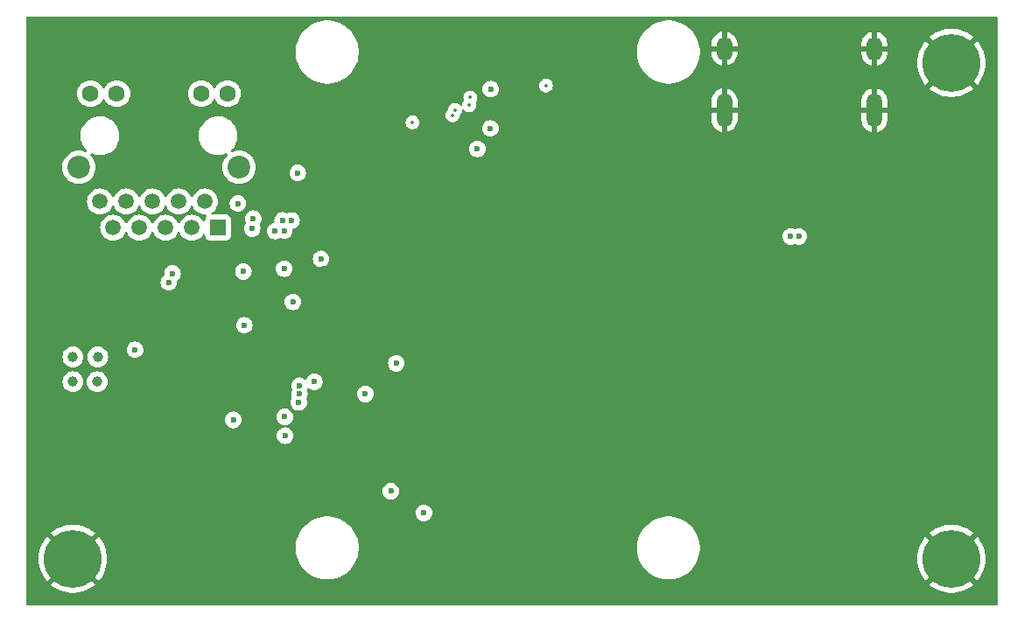
<source format=gbr>
%TF.GenerationSoftware,KiCad,Pcbnew,8.0.1*%
%TF.CreationDate,2024-06-09T20:13:55+02:00*%
%TF.ProjectId,daqIONA_CTRL,64617149-4f4e-4415-9f43-54524c2e6b69,rev?*%
%TF.SameCoordinates,Original*%
%TF.FileFunction,Copper,L2,Inr*%
%TF.FilePolarity,Positive*%
%FSLAX46Y46*%
G04 Gerber Fmt 4.6, Leading zero omitted, Abs format (unit mm)*
G04 Created by KiCad (PCBNEW 8.0.1) date 2024-06-09 20:13:55*
%MOMM*%
%LPD*%
G01*
G04 APERTURE LIST*
%TA.AperFunction,ComponentPad*%
%ADD10C,5.600000*%
%TD*%
%TA.AperFunction,ComponentPad*%
%ADD11C,1.000000*%
%TD*%
%TA.AperFunction,ComponentPad*%
%ADD12R,1.500000X1.500000*%
%TD*%
%TA.AperFunction,ComponentPad*%
%ADD13C,1.500000*%
%TD*%
%TA.AperFunction,ComponentPad*%
%ADD14C,1.600000*%
%TD*%
%TA.AperFunction,ComponentPad*%
%ADD15C,2.200000*%
%TD*%
%TA.AperFunction,ComponentPad*%
%ADD16O,1.500000X3.300000*%
%TD*%
%TA.AperFunction,ComponentPad*%
%ADD17O,1.500000X2.300000*%
%TD*%
%TA.AperFunction,ViaPad*%
%ADD18C,0.600000*%
%TD*%
%TA.AperFunction,ViaPad*%
%ADD19C,0.350000*%
%TD*%
G04 APERTURE END LIST*
D10*
%TO.N,GND*%
%TO.C,H7*%
X101240000Y-134910000D03*
%TD*%
D11*
%TO.N,/(5) RPI SbC/TR3_TAP*%
%TO.C,TP20*%
X101260000Y-115360000D03*
%TD*%
%TO.N,/(5) RPI SbC/TR1_TAP*%
%TO.C,TP17*%
X101260000Y-117760000D03*
%TD*%
%TO.N,/(5) RPI SbC/TR0_TAP*%
%TO.C,TP18*%
X103660000Y-115360000D03*
%TD*%
D12*
%TO.N,/(5) RPI SbC/TRD0_P*%
%TO.C,U18*%
X115305000Y-102850000D03*
D13*
%TO.N,/(5) RPI SbC/TRD0_N*%
X114035000Y-100310000D03*
%TO.N,/(5) RPI SbC/TRD1_P*%
X112765000Y-102850000D03*
%TO.N,Net-(C78-Pad1)*%
X111495000Y-100310000D03*
X110225000Y-102850000D03*
%TO.N,/(5) RPI SbC/TRD1_N*%
X108955000Y-100310000D03*
%TO.N,/(5) RPI SbC/TRD2_P*%
X107685000Y-102850000D03*
%TO.N,/(5) RPI SbC/TRD2_N*%
X106415000Y-100310000D03*
%TO.N,/(5) RPI SbC/TRD3_P*%
X105145000Y-102850000D03*
%TO.N,/(5) RPI SbC/TRD3_N*%
X103875000Y-100310000D03*
D14*
%TO.N,/(5) RPI SbC/TR0_TAP*%
X116220000Y-89880000D03*
%TO.N,/(5) RPI SbC/TR1_TAP*%
X113680000Y-89880000D03*
%TO.N,/(5) RPI SbC/TR2_TAP*%
X105500000Y-89880000D03*
%TO.N,/(5) RPI SbC/TR3_TAP*%
X102960000Y-89880000D03*
D15*
%TO.N,N/C*%
X117335000Y-97010000D03*
X101845000Y-97010000D03*
%TD*%
D11*
%TO.N,/(5) RPI SbC/TR2_TAP*%
%TO.C,TP19*%
X103610000Y-117760000D03*
%TD*%
D10*
%TO.N,GND*%
%TO.C,H6*%
X186240000Y-86910000D03*
%TD*%
D16*
%TO.N,GND*%
%TO.C,J12*%
X164290000Y-91490000D03*
X178790000Y-91490000D03*
D17*
X164290000Y-85530000D03*
X178790000Y-85530000D03*
%TD*%
D10*
%TO.N,GND*%
%TO.C,H8*%
X186240000Y-134910000D03*
%TD*%
D18*
%TO.N,GND*%
X113100000Y-125200000D03*
X113100000Y-123700000D03*
X113100000Y-122200000D03*
X113100000Y-120700000D03*
X111600000Y-125200000D03*
X111600000Y-123700000D03*
X111600000Y-122200000D03*
X111600000Y-120700000D03*
X113100000Y-119200000D03*
X111600000Y-119200000D03*
X110100000Y-119200000D03*
%TO.N,+5V*%
X107270000Y-114680000D03*
X116770000Y-121460000D03*
X171470000Y-103710000D03*
X170700000Y-103710000D03*
%TO.N,GND*%
X175360000Y-105060000D03*
X126070000Y-112560000D03*
X160060000Y-118160000D03*
X158560000Y-113360000D03*
X125640000Y-106840000D03*
D19*
X143460000Y-88560000D03*
X169005000Y-94860000D03*
D18*
X160060000Y-119360000D03*
X158560000Y-103760000D03*
X160060000Y-107360000D03*
D19*
X170560000Y-94860000D03*
D18*
X126070000Y-121760000D03*
D19*
X108060000Y-108460000D03*
D18*
X124610000Y-116560000D03*
X124600000Y-103770000D03*
X124610000Y-104970000D03*
X126070000Y-104960000D03*
X124600000Y-108960000D03*
X158560000Y-104960000D03*
X158560000Y-120560000D03*
X126070000Y-110560000D03*
X105360000Y-109360000D03*
X160060000Y-108560000D03*
X160060000Y-110960000D03*
X158560000Y-121760000D03*
X160060000Y-115760000D03*
X160060000Y-120560000D03*
D19*
X167560000Y-94860000D03*
D18*
X160060000Y-116960000D03*
X126070000Y-116960000D03*
X126070000Y-102560000D03*
X158537181Y-109769819D03*
X160060000Y-112160000D03*
D19*
X101260000Y-110197500D03*
D18*
X158560000Y-114560000D03*
X158560000Y-108560000D03*
X124610000Y-115360000D03*
X158560000Y-115760000D03*
D19*
X172060000Y-94860000D03*
X174586219Y-95486219D03*
D18*
X114710000Y-121260000D03*
X124630000Y-110960000D03*
X126070000Y-114160000D03*
X160060000Y-109760000D03*
X160060000Y-114560000D03*
D19*
X148560000Y-88560000D03*
X142460000Y-88560000D03*
D18*
X126070000Y-115360000D03*
X126070000Y-103760000D03*
X158560000Y-107360000D03*
X175360000Y-109060000D03*
X158560000Y-118160000D03*
D19*
X146560000Y-88560000D03*
X113360000Y-108660000D03*
X144460000Y-88560000D03*
D18*
X158560000Y-119360000D03*
X160060000Y-121760000D03*
X160060000Y-104960000D03*
X158560000Y-106160000D03*
X175360000Y-107060000D03*
X160060000Y-106160000D03*
X124610002Y-102559999D03*
X160104876Y-103753046D03*
X124600000Y-106960000D03*
X158560000Y-116960000D03*
X175260000Y-99960000D03*
X126070000Y-108560000D03*
X110560000Y-109260000D03*
D19*
X145460000Y-88560000D03*
D18*
X160060000Y-113360000D03*
X124610000Y-114160000D03*
X124620000Y-112970000D03*
%TO.N,+5V*%
X123108768Y-119761648D03*
X123170000Y-118160000D03*
X124612827Y-117756196D03*
X123170000Y-118960000D03*
%TO.N,/(5) RPI SbC/RPI_3V3*%
X135210000Y-130460000D03*
X132010735Y-128359265D03*
X140390000Y-95230000D03*
X141670000Y-89450000D03*
X132545000Y-115985000D03*
X129550000Y-118950000D03*
X141650000Y-93260000D03*
%TO.N,Net-(U17A-ETHERNET_~{LED3})*%
X117840000Y-112310000D03*
X117745735Y-107095735D03*
%TO.N,Net-(U17A-EEPROM_~{WP})*%
X121700000Y-106830000D03*
X125260000Y-105880000D03*
%TO.N,/(5) RPI SbC/LED~{ACT}*%
X121785000Y-122985000D03*
X121759265Y-121160735D03*
%TO.N,/(5) RPI SbC/TRD0_N*%
X117224265Y-100510000D03*
%TO.N,/(5) RPI SbC/TRD1_N*%
X110540000Y-108150000D03*
X118599265Y-102949265D03*
%TO.N,/(5) RPI SbC/TRD1_P*%
X118715000Y-101985000D03*
X110890000Y-107290000D03*
%TO.N,/(5) RPI SbC/TRD3_N*%
X121548499Y-102147029D03*
%TO.N,/(5) RPI SbC/TRD2_N*%
X121716470Y-103163530D03*
%TO.N,/(5) RPI SbC/TRD2_P*%
X120830000Y-103190000D03*
%TO.N,/(5) RPI SbC/TRD3_P*%
X122410000Y-102160000D03*
D19*
%TO.N,/(5) RPI SbC/SPI0_MOSI*%
X139610000Y-90985000D03*
%TO.N,/(5) RPI SbC/Ext_AUX*%
X147006967Y-89101281D03*
D18*
%TO.N,/(5) RPI SbC/SPI0_~{CS}*%
X123010000Y-97560000D03*
X122540000Y-110040000D03*
D19*
X139710000Y-90260000D03*
%TO.N,/(5) RPI SbC/Ext_RELAY*%
X134110000Y-92660000D03*
%TO.N,/(5) RPI SbC/SPI0_SCLK*%
X138210000Y-91460000D03*
%TO.N,/(5) RPI SbC/SPI0_MISO*%
X138001866Y-91969101D03*
%TD*%
%TA.AperFunction,Conductor*%
%TO.N,GND*%
G36*
X190682539Y-82430185D02*
G01*
X190728294Y-82482989D01*
X190739500Y-82534500D01*
X190739500Y-139285500D01*
X190719815Y-139352539D01*
X190667011Y-139398294D01*
X190615500Y-139409500D01*
X96864500Y-139409500D01*
X96797461Y-139389815D01*
X96751706Y-139337011D01*
X96740500Y-139285500D01*
X96740500Y-134910002D01*
X97935153Y-134910002D01*
X97954526Y-135267314D01*
X97954527Y-135267331D01*
X98012415Y-135620431D01*
X98012421Y-135620457D01*
X98108147Y-135965232D01*
X98108149Y-135965239D01*
X98240597Y-136297659D01*
X98240606Y-136297677D01*
X98408218Y-136613827D01*
X98609024Y-136909994D01*
X98609035Y-136910008D01*
X98736441Y-137060002D01*
X98736442Y-137060002D01*
X99945747Y-135850697D01*
X100019588Y-135952330D01*
X100197670Y-136130412D01*
X100299300Y-136204251D01*
X99087257Y-137416294D01*
X99100495Y-137428836D01*
X99385367Y-137645388D01*
X99385370Y-137645390D01*
X99691990Y-137829876D01*
X100016739Y-137980122D01*
X100016744Y-137980123D01*
X100355855Y-138094383D01*
X100705339Y-138171311D01*
X101061075Y-138209999D01*
X101061085Y-138210000D01*
X101418915Y-138210000D01*
X101418924Y-138209999D01*
X101774660Y-138171311D01*
X102124144Y-138094383D01*
X102463255Y-137980123D01*
X102463260Y-137980122D01*
X102788009Y-137829876D01*
X103094629Y-137645390D01*
X103094632Y-137645388D01*
X103379509Y-137428831D01*
X103392742Y-137416295D01*
X103392742Y-137416294D01*
X102180699Y-136204251D01*
X102282330Y-136130412D01*
X102460412Y-135952330D01*
X102534251Y-135850698D01*
X103743556Y-137060002D01*
X103870972Y-136909998D01*
X103870975Y-136909994D01*
X104071781Y-136613827D01*
X104239393Y-136297677D01*
X104239402Y-136297659D01*
X104371850Y-135965239D01*
X104371852Y-135965232D01*
X104467578Y-135620457D01*
X104467584Y-135620431D01*
X104525472Y-135267331D01*
X104525473Y-135267314D01*
X104544847Y-134910002D01*
X104544847Y-134909997D01*
X104525473Y-134552685D01*
X104525472Y-134552668D01*
X104467584Y-134199568D01*
X104467578Y-134199542D01*
X104420871Y-134031318D01*
X122809500Y-134031318D01*
X122847858Y-134371768D01*
X122847861Y-134371782D01*
X122924102Y-134705816D01*
X122924103Y-134705818D01*
X123037264Y-135029216D01*
X123185922Y-135337907D01*
X123185924Y-135337910D01*
X123368211Y-135628018D01*
X123581834Y-135895893D01*
X123824107Y-136138166D01*
X124091982Y-136351789D01*
X124382090Y-136534076D01*
X124690785Y-136682736D01*
X125014183Y-136795897D01*
X125348217Y-136872139D01*
X125348226Y-136872140D01*
X125348231Y-136872141D01*
X125575197Y-136897713D01*
X125688682Y-136910499D01*
X125688685Y-136910500D01*
X125688688Y-136910500D01*
X126031315Y-136910500D01*
X126031316Y-136910499D01*
X126205311Y-136890895D01*
X126371768Y-136872141D01*
X126371771Y-136872140D01*
X126371783Y-136872139D01*
X126705817Y-136795897D01*
X127029215Y-136682736D01*
X127337910Y-136534076D01*
X127628018Y-136351789D01*
X127895893Y-136138166D01*
X128138166Y-135895893D01*
X128351789Y-135628018D01*
X128534076Y-135337910D01*
X128682736Y-135029215D01*
X128795897Y-134705817D01*
X128872139Y-134371783D01*
X128910499Y-134031318D01*
X155809500Y-134031318D01*
X155847858Y-134371768D01*
X155847861Y-134371782D01*
X155924102Y-134705816D01*
X155924103Y-134705818D01*
X156037264Y-135029216D01*
X156185922Y-135337907D01*
X156185924Y-135337910D01*
X156368211Y-135628018D01*
X156581834Y-135895893D01*
X156824107Y-136138166D01*
X157091982Y-136351789D01*
X157382090Y-136534076D01*
X157690785Y-136682736D01*
X158014183Y-136795897D01*
X158348217Y-136872139D01*
X158348226Y-136872140D01*
X158348231Y-136872141D01*
X158575197Y-136897713D01*
X158688682Y-136910499D01*
X158688685Y-136910500D01*
X158688688Y-136910500D01*
X159031315Y-136910500D01*
X159031316Y-136910499D01*
X159205311Y-136890895D01*
X159371768Y-136872141D01*
X159371771Y-136872140D01*
X159371783Y-136872139D01*
X159705817Y-136795897D01*
X160029215Y-136682736D01*
X160337910Y-136534076D01*
X160628018Y-136351789D01*
X160895893Y-136138166D01*
X161138166Y-135895893D01*
X161351789Y-135628018D01*
X161534076Y-135337910D01*
X161682736Y-135029215D01*
X161724450Y-134910002D01*
X182935153Y-134910002D01*
X182954526Y-135267314D01*
X182954527Y-135267331D01*
X183012415Y-135620431D01*
X183012421Y-135620457D01*
X183108147Y-135965232D01*
X183108149Y-135965239D01*
X183240597Y-136297659D01*
X183240606Y-136297677D01*
X183408218Y-136613827D01*
X183609024Y-136909994D01*
X183609035Y-136910008D01*
X183736441Y-137060002D01*
X183736442Y-137060002D01*
X184945747Y-135850697D01*
X185019588Y-135952330D01*
X185197670Y-136130412D01*
X185299300Y-136204251D01*
X184087257Y-137416294D01*
X184100495Y-137428836D01*
X184385367Y-137645388D01*
X184385370Y-137645390D01*
X184691990Y-137829876D01*
X185016739Y-137980122D01*
X185016744Y-137980123D01*
X185355855Y-138094383D01*
X185705339Y-138171311D01*
X186061075Y-138209999D01*
X186061085Y-138210000D01*
X186418915Y-138210000D01*
X186418924Y-138209999D01*
X186774660Y-138171311D01*
X187124144Y-138094383D01*
X187463255Y-137980123D01*
X187463260Y-137980122D01*
X187788009Y-137829876D01*
X188094629Y-137645390D01*
X188094632Y-137645388D01*
X188379509Y-137428831D01*
X188392742Y-137416295D01*
X188392742Y-137416294D01*
X187180699Y-136204251D01*
X187282330Y-136130412D01*
X187460412Y-135952330D01*
X187534251Y-135850698D01*
X188743556Y-137060002D01*
X188870972Y-136909998D01*
X188870975Y-136909994D01*
X189071781Y-136613827D01*
X189239393Y-136297677D01*
X189239402Y-136297659D01*
X189371850Y-135965239D01*
X189371852Y-135965232D01*
X189467578Y-135620457D01*
X189467584Y-135620431D01*
X189525472Y-135267331D01*
X189525473Y-135267314D01*
X189544847Y-134910002D01*
X189544847Y-134909997D01*
X189525473Y-134552685D01*
X189525472Y-134552668D01*
X189467584Y-134199568D01*
X189467578Y-134199542D01*
X189371852Y-133854767D01*
X189371850Y-133854760D01*
X189239402Y-133522340D01*
X189239393Y-133522322D01*
X189071781Y-133206172D01*
X188870975Y-132910005D01*
X188870964Y-132909991D01*
X188743556Y-132759996D01*
X187534251Y-133969301D01*
X187460412Y-133867670D01*
X187282330Y-133689588D01*
X187180698Y-133615748D01*
X188392742Y-132403704D01*
X188379504Y-132391163D01*
X188094632Y-132174611D01*
X188094629Y-132174609D01*
X187788009Y-131990123D01*
X187463260Y-131839877D01*
X187463255Y-131839876D01*
X187124144Y-131725616D01*
X186774660Y-131648688D01*
X186418924Y-131610000D01*
X186061075Y-131610000D01*
X185705339Y-131648688D01*
X185355855Y-131725616D01*
X185016744Y-131839876D01*
X185016739Y-131839877D01*
X184691990Y-131990123D01*
X184385370Y-132174609D01*
X184385367Y-132174611D01*
X184100486Y-132391170D01*
X184100485Y-132391171D01*
X184087257Y-132403702D01*
X184087256Y-132403703D01*
X185299301Y-133615748D01*
X185197670Y-133689588D01*
X185019588Y-133867670D01*
X184945748Y-133969301D01*
X183736442Y-132759995D01*
X183736441Y-132759996D01*
X183609033Y-132909992D01*
X183408218Y-133206172D01*
X183240606Y-133522322D01*
X183240597Y-133522340D01*
X183108149Y-133854760D01*
X183108147Y-133854767D01*
X183012421Y-134199542D01*
X183012415Y-134199568D01*
X182954527Y-134552668D01*
X182954526Y-134552685D01*
X182935153Y-134909997D01*
X182935153Y-134910002D01*
X161724450Y-134910002D01*
X161795897Y-134705817D01*
X161872139Y-134371783D01*
X161910500Y-134031312D01*
X161910500Y-133688688D01*
X161891758Y-133522340D01*
X161872141Y-133348231D01*
X161872140Y-133348226D01*
X161872139Y-133348217D01*
X161795897Y-133014183D01*
X161682736Y-132690785D01*
X161534076Y-132382090D01*
X161351789Y-132091982D01*
X161138166Y-131824107D01*
X160895893Y-131581834D01*
X160628018Y-131368211D01*
X160337910Y-131185924D01*
X160337907Y-131185922D01*
X160029216Y-131037264D01*
X159705818Y-130924103D01*
X159705816Y-130924102D01*
X159448024Y-130865262D01*
X159371783Y-130847861D01*
X159371780Y-130847860D01*
X159371768Y-130847858D01*
X159031318Y-130809500D01*
X159031312Y-130809500D01*
X158688688Y-130809500D01*
X158688681Y-130809500D01*
X158348231Y-130847858D01*
X158348217Y-130847861D01*
X158014183Y-130924102D01*
X158014181Y-130924103D01*
X157690783Y-131037264D01*
X157382092Y-131185922D01*
X157091983Y-131368210D01*
X156824107Y-131581833D01*
X156581833Y-131824107D01*
X156368210Y-132091983D01*
X156185922Y-132382092D01*
X156037264Y-132690783D01*
X155924103Y-133014181D01*
X155924102Y-133014183D01*
X155847861Y-133348217D01*
X155847858Y-133348231D01*
X155809500Y-133688681D01*
X155809500Y-134031318D01*
X128910499Y-134031318D01*
X128910500Y-134031312D01*
X128910500Y-133688688D01*
X128891758Y-133522340D01*
X128872141Y-133348231D01*
X128872140Y-133348226D01*
X128872139Y-133348217D01*
X128795897Y-133014183D01*
X128682736Y-132690785D01*
X128534076Y-132382090D01*
X128351789Y-132091982D01*
X128138166Y-131824107D01*
X127895893Y-131581834D01*
X127628018Y-131368211D01*
X127337910Y-131185924D01*
X127337907Y-131185922D01*
X127029216Y-131037264D01*
X126705818Y-130924103D01*
X126705816Y-130924102D01*
X126448024Y-130865262D01*
X126371783Y-130847861D01*
X126371780Y-130847860D01*
X126371768Y-130847858D01*
X126031318Y-130809500D01*
X126031312Y-130809500D01*
X125688688Y-130809500D01*
X125688681Y-130809500D01*
X125348231Y-130847858D01*
X125348217Y-130847861D01*
X125014183Y-130924102D01*
X125014181Y-130924103D01*
X124690783Y-131037264D01*
X124382092Y-131185922D01*
X124091983Y-131368210D01*
X123824107Y-131581833D01*
X123581833Y-131824107D01*
X123368210Y-132091983D01*
X123185922Y-132382092D01*
X123037264Y-132690783D01*
X122924103Y-133014181D01*
X122924102Y-133014183D01*
X122847861Y-133348217D01*
X122847858Y-133348231D01*
X122809500Y-133688681D01*
X122809500Y-134031318D01*
X104420871Y-134031318D01*
X104371852Y-133854767D01*
X104371850Y-133854760D01*
X104239402Y-133522340D01*
X104239393Y-133522322D01*
X104071781Y-133206172D01*
X103870975Y-132910005D01*
X103870964Y-132909991D01*
X103743556Y-132759996D01*
X102534251Y-133969301D01*
X102460412Y-133867670D01*
X102282330Y-133689588D01*
X102180698Y-133615748D01*
X103392742Y-132403704D01*
X103379504Y-132391163D01*
X103094632Y-132174611D01*
X103094629Y-132174609D01*
X102788009Y-131990123D01*
X102463260Y-131839877D01*
X102463255Y-131839876D01*
X102124144Y-131725616D01*
X101774660Y-131648688D01*
X101418924Y-131610000D01*
X101061075Y-131610000D01*
X100705339Y-131648688D01*
X100355855Y-131725616D01*
X100016744Y-131839876D01*
X100016739Y-131839877D01*
X99691990Y-131990123D01*
X99385370Y-132174609D01*
X99385367Y-132174611D01*
X99100486Y-132391170D01*
X99100485Y-132391171D01*
X99087257Y-132403702D01*
X99087256Y-132403703D01*
X100299301Y-133615748D01*
X100197670Y-133689588D01*
X100019588Y-133867670D01*
X99945748Y-133969301D01*
X98736442Y-132759995D01*
X98736441Y-132759996D01*
X98609033Y-132909992D01*
X98408218Y-133206172D01*
X98240606Y-133522322D01*
X98240597Y-133522340D01*
X98108149Y-133854760D01*
X98108147Y-133854767D01*
X98012421Y-134199542D01*
X98012415Y-134199568D01*
X97954527Y-134552668D01*
X97954526Y-134552685D01*
X97935153Y-134909997D01*
X97935153Y-134910002D01*
X96740500Y-134910002D01*
X96740500Y-130460003D01*
X134404435Y-130460003D01*
X134424630Y-130639249D01*
X134424631Y-130639254D01*
X134484211Y-130809523D01*
X134508299Y-130847858D01*
X134580184Y-130962262D01*
X134707738Y-131089816D01*
X134860478Y-131185789D01*
X135030745Y-131245368D01*
X135030750Y-131245369D01*
X135209996Y-131265565D01*
X135210000Y-131265565D01*
X135210004Y-131265565D01*
X135389249Y-131245369D01*
X135389252Y-131245368D01*
X135389255Y-131245368D01*
X135559522Y-131185789D01*
X135712262Y-131089816D01*
X135839816Y-130962262D01*
X135935789Y-130809522D01*
X135995368Y-130639255D01*
X136015565Y-130460000D01*
X135995368Y-130280745D01*
X135935789Y-130110478D01*
X135839816Y-129957738D01*
X135712262Y-129830184D01*
X135559523Y-129734211D01*
X135389254Y-129674631D01*
X135389249Y-129674630D01*
X135210004Y-129654435D01*
X135209996Y-129654435D01*
X135030750Y-129674630D01*
X135030745Y-129674631D01*
X134860476Y-129734211D01*
X134707737Y-129830184D01*
X134580184Y-129957737D01*
X134484211Y-130110476D01*
X134424631Y-130280745D01*
X134424630Y-130280750D01*
X134404435Y-130459996D01*
X134404435Y-130460003D01*
X96740500Y-130460003D01*
X96740500Y-128359268D01*
X131205170Y-128359268D01*
X131225365Y-128538514D01*
X131225366Y-128538519D01*
X131284946Y-128708788D01*
X131380919Y-128861527D01*
X131508473Y-128989081D01*
X131661213Y-129085054D01*
X131831480Y-129144633D01*
X131831485Y-129144634D01*
X132010731Y-129164830D01*
X132010735Y-129164830D01*
X132010739Y-129164830D01*
X132189984Y-129144634D01*
X132189987Y-129144633D01*
X132189990Y-129144633D01*
X132360257Y-129085054D01*
X132512997Y-128989081D01*
X132640551Y-128861527D01*
X132736524Y-128708787D01*
X132796103Y-128538520D01*
X132816300Y-128359265D01*
X132796103Y-128180010D01*
X132736524Y-128009743D01*
X132640551Y-127857003D01*
X132512997Y-127729449D01*
X132360258Y-127633476D01*
X132189989Y-127573896D01*
X132189984Y-127573895D01*
X132010739Y-127553700D01*
X132010731Y-127553700D01*
X131831485Y-127573895D01*
X131831480Y-127573896D01*
X131661211Y-127633476D01*
X131508472Y-127729449D01*
X131380919Y-127857002D01*
X131284946Y-128009741D01*
X131225366Y-128180010D01*
X131225365Y-128180015D01*
X131205170Y-128359261D01*
X131205170Y-128359268D01*
X96740500Y-128359268D01*
X96740500Y-121460003D01*
X115964435Y-121460003D01*
X115984630Y-121639249D01*
X115984631Y-121639254D01*
X116044211Y-121809523D01*
X116130030Y-121946102D01*
X116140184Y-121962262D01*
X116267738Y-122089816D01*
X116358080Y-122146582D01*
X116410365Y-122179435D01*
X116420478Y-122185789D01*
X116590745Y-122245368D01*
X116590750Y-122245369D01*
X116769996Y-122265565D01*
X116770000Y-122265565D01*
X116770004Y-122265565D01*
X116949249Y-122245369D01*
X116949252Y-122245368D01*
X116949255Y-122245368D01*
X117119522Y-122185789D01*
X117272262Y-122089816D01*
X117399816Y-121962262D01*
X117495789Y-121809522D01*
X117555368Y-121639255D01*
X117555369Y-121639249D01*
X117575565Y-121460003D01*
X117575565Y-121459996D01*
X117555369Y-121280750D01*
X117555368Y-121280745D01*
X117513376Y-121160738D01*
X120953700Y-121160738D01*
X120973895Y-121339984D01*
X120973896Y-121339989D01*
X121033476Y-121510258D01*
X121114527Y-121639249D01*
X121129449Y-121662997D01*
X121257003Y-121790551D01*
X121409743Y-121886524D01*
X121580007Y-121946102D01*
X121580010Y-121946103D01*
X121580014Y-121946104D01*
X121624330Y-121951097D01*
X121688744Y-121978163D01*
X121728299Y-122035758D01*
X121730437Y-122105595D01*
X121694480Y-122165501D01*
X121631842Y-122196457D01*
X121624332Y-122197537D01*
X121605749Y-122199630D01*
X121605745Y-122199631D01*
X121435476Y-122259211D01*
X121282737Y-122355184D01*
X121155184Y-122482737D01*
X121059211Y-122635476D01*
X120999631Y-122805745D01*
X120999630Y-122805750D01*
X120979435Y-122984996D01*
X120979435Y-122985003D01*
X120999630Y-123164249D01*
X120999631Y-123164254D01*
X121059211Y-123334523D01*
X121155184Y-123487262D01*
X121282738Y-123614816D01*
X121435478Y-123710789D01*
X121605745Y-123770368D01*
X121605750Y-123770369D01*
X121784996Y-123790565D01*
X121785000Y-123790565D01*
X121785004Y-123790565D01*
X121964249Y-123770369D01*
X121964252Y-123770368D01*
X121964255Y-123770368D01*
X122134522Y-123710789D01*
X122287262Y-123614816D01*
X122414816Y-123487262D01*
X122510789Y-123334522D01*
X122570368Y-123164255D01*
X122590565Y-122985000D01*
X122570368Y-122805745D01*
X122510789Y-122635478D01*
X122414816Y-122482738D01*
X122287262Y-122355184D01*
X122134523Y-122259211D01*
X121964254Y-122199631D01*
X121964250Y-122199630D01*
X121919932Y-122194637D01*
X121855518Y-122167570D01*
X121815964Y-122109974D01*
X121813827Y-122040137D01*
X121849786Y-121980231D01*
X121912424Y-121949276D01*
X121919911Y-121948199D01*
X121938520Y-121946103D01*
X122108787Y-121886524D01*
X122261527Y-121790551D01*
X122389081Y-121662997D01*
X122485054Y-121510257D01*
X122544633Y-121339990D01*
X122551308Y-121280750D01*
X122564830Y-121160738D01*
X122564830Y-121160731D01*
X122544634Y-120981485D01*
X122544633Y-120981480D01*
X122485053Y-120811211D01*
X122399234Y-120674632D01*
X122389081Y-120658473D01*
X122261527Y-120530919D01*
X122192326Y-120487437D01*
X122108788Y-120434946D01*
X121938519Y-120375366D01*
X121938514Y-120375365D01*
X121759269Y-120355170D01*
X121759261Y-120355170D01*
X121580015Y-120375365D01*
X121580010Y-120375366D01*
X121409741Y-120434946D01*
X121257002Y-120530919D01*
X121129449Y-120658472D01*
X121033476Y-120811211D01*
X120973896Y-120981480D01*
X120973895Y-120981485D01*
X120953700Y-121160731D01*
X120953700Y-121160738D01*
X117513376Y-121160738D01*
X117495789Y-121110478D01*
X117399816Y-120957738D01*
X117272262Y-120830184D01*
X117242067Y-120811211D01*
X117119523Y-120734211D01*
X116949254Y-120674631D01*
X116949249Y-120674630D01*
X116770004Y-120654435D01*
X116769996Y-120654435D01*
X116590750Y-120674630D01*
X116590745Y-120674631D01*
X116420476Y-120734211D01*
X116267737Y-120830184D01*
X116140184Y-120957737D01*
X116044211Y-121110476D01*
X115984631Y-121280745D01*
X115984630Y-121280750D01*
X115964435Y-121459996D01*
X115964435Y-121460003D01*
X96740500Y-121460003D01*
X96740500Y-119761651D01*
X122303203Y-119761651D01*
X122323398Y-119940897D01*
X122323399Y-119940902D01*
X122382979Y-120111171D01*
X122478952Y-120263910D01*
X122606506Y-120391464D01*
X122759246Y-120487437D01*
X122929513Y-120547016D01*
X122929518Y-120547017D01*
X123108764Y-120567213D01*
X123108768Y-120567213D01*
X123108772Y-120567213D01*
X123288017Y-120547017D01*
X123288020Y-120547016D01*
X123288023Y-120547016D01*
X123458290Y-120487437D01*
X123611030Y-120391464D01*
X123738584Y-120263910D01*
X123834557Y-120111170D01*
X123894136Y-119940903D01*
X123914333Y-119761648D01*
X123911372Y-119735369D01*
X123894137Y-119582398D01*
X123894134Y-119582385D01*
X123853121Y-119465179D01*
X123849558Y-119395401D01*
X123865165Y-119358258D01*
X123895789Y-119309522D01*
X123955368Y-119139255D01*
X123956495Y-119129254D01*
X123975565Y-118960003D01*
X123975565Y-118959996D01*
X123974439Y-118950003D01*
X128744435Y-118950003D01*
X128764630Y-119129249D01*
X128764631Y-119129254D01*
X128824211Y-119299523D01*
X128894965Y-119412126D01*
X128920184Y-119452262D01*
X129047738Y-119579816D01*
X129200478Y-119675789D01*
X129370745Y-119735368D01*
X129370750Y-119735369D01*
X129549996Y-119755565D01*
X129550000Y-119755565D01*
X129550004Y-119755565D01*
X129729249Y-119735369D01*
X129729252Y-119735368D01*
X129729255Y-119735368D01*
X129899522Y-119675789D01*
X130052262Y-119579816D01*
X130179816Y-119452262D01*
X130275789Y-119299522D01*
X130335368Y-119129255D01*
X130354438Y-118960003D01*
X130355565Y-118950003D01*
X130355565Y-118949996D01*
X130335369Y-118770750D01*
X130335368Y-118770745D01*
X130279288Y-118610478D01*
X130275789Y-118600478D01*
X130251461Y-118561761D01*
X130179815Y-118447737D01*
X130052262Y-118320184D01*
X129899523Y-118224211D01*
X129729254Y-118164631D01*
X129729249Y-118164630D01*
X129550004Y-118144435D01*
X129549996Y-118144435D01*
X129370750Y-118164630D01*
X129370745Y-118164631D01*
X129200476Y-118224211D01*
X129047737Y-118320184D01*
X128920184Y-118447737D01*
X128824211Y-118600476D01*
X128764631Y-118770745D01*
X128764630Y-118770750D01*
X128744435Y-118949996D01*
X128744435Y-118950003D01*
X123974439Y-118950003D01*
X123955369Y-118780750D01*
X123955366Y-118780737D01*
X123893489Y-118603905D01*
X123895637Y-118603153D01*
X123886035Y-118544872D01*
X123894391Y-118516413D01*
X123893488Y-118516097D01*
X123895789Y-118509522D01*
X123918716Y-118444000D01*
X123959435Y-118387226D01*
X124024388Y-118361478D01*
X124092949Y-118374934D01*
X124104560Y-118382479D01*
X124104669Y-118382307D01*
X124110564Y-118386011D01*
X124110565Y-118386012D01*
X124263305Y-118481985D01*
X124433572Y-118541564D01*
X124433577Y-118541565D01*
X124612823Y-118561761D01*
X124612827Y-118561761D01*
X124612831Y-118561761D01*
X124792076Y-118541565D01*
X124792079Y-118541564D01*
X124792082Y-118541564D01*
X124962349Y-118481985D01*
X125115089Y-118386012D01*
X125242643Y-118258458D01*
X125338616Y-118105718D01*
X125398195Y-117935451D01*
X125412276Y-117810478D01*
X125418392Y-117756199D01*
X125418392Y-117756192D01*
X125398196Y-117576946D01*
X125398195Y-117576941D01*
X125361542Y-117472194D01*
X125338616Y-117406674D01*
X125318885Y-117375273D01*
X125242642Y-117253933D01*
X125115089Y-117126380D01*
X124962350Y-117030407D01*
X124792081Y-116970827D01*
X124792076Y-116970826D01*
X124612831Y-116950631D01*
X124612823Y-116950631D01*
X124433577Y-116970826D01*
X124433572Y-116970827D01*
X124263303Y-117030407D01*
X124110564Y-117126380D01*
X123983011Y-117253933D01*
X123887035Y-117406676D01*
X123864110Y-117472194D01*
X123823388Y-117528970D01*
X123758435Y-117554717D01*
X123689874Y-117541260D01*
X123678266Y-117533716D01*
X123678158Y-117533889D01*
X123519523Y-117434211D01*
X123349254Y-117374631D01*
X123349249Y-117374630D01*
X123170004Y-117354435D01*
X123169996Y-117354435D01*
X122990750Y-117374630D01*
X122990745Y-117374631D01*
X122820476Y-117434211D01*
X122667737Y-117530184D01*
X122540184Y-117657737D01*
X122444211Y-117810476D01*
X122384631Y-117980745D01*
X122384630Y-117980750D01*
X122364435Y-118159996D01*
X122364435Y-118160003D01*
X122384630Y-118339249D01*
X122384633Y-118339262D01*
X122446510Y-118516094D01*
X122444364Y-118516844D01*
X122453962Y-118575144D01*
X122445609Y-118603590D01*
X122446510Y-118603906D01*
X122384633Y-118780737D01*
X122384630Y-118780750D01*
X122364435Y-118959996D01*
X122364435Y-118960003D01*
X122384630Y-119139249D01*
X122384633Y-119139262D01*
X122425646Y-119256467D01*
X122429208Y-119326246D01*
X122413599Y-119363393D01*
X122382977Y-119412127D01*
X122323401Y-119582385D01*
X122323398Y-119582398D01*
X122303203Y-119761644D01*
X122303203Y-119761651D01*
X96740500Y-119761651D01*
X96740500Y-117760000D01*
X100254659Y-117760000D01*
X100273975Y-117956129D01*
X100273976Y-117956132D01*
X100331097Y-118144435D01*
X100331188Y-118144733D01*
X100424086Y-118318532D01*
X100424090Y-118318539D01*
X100549116Y-118470883D01*
X100701460Y-118595909D01*
X100701467Y-118595913D01*
X100875266Y-118688811D01*
X100875269Y-118688811D01*
X100875273Y-118688814D01*
X101063868Y-118746024D01*
X101260000Y-118765341D01*
X101456132Y-118746024D01*
X101644727Y-118688814D01*
X101818538Y-118595910D01*
X101970883Y-118470883D01*
X102095910Y-118318538D01*
X102180649Y-118160003D01*
X102188811Y-118144733D01*
X102188811Y-118144732D01*
X102188814Y-118144727D01*
X102246024Y-117956132D01*
X102265341Y-117760000D01*
X102604659Y-117760000D01*
X102623975Y-117956129D01*
X102623976Y-117956132D01*
X102681097Y-118144435D01*
X102681188Y-118144733D01*
X102774086Y-118318532D01*
X102774090Y-118318539D01*
X102899116Y-118470883D01*
X103051460Y-118595909D01*
X103051467Y-118595913D01*
X103225266Y-118688811D01*
X103225269Y-118688811D01*
X103225273Y-118688814D01*
X103413868Y-118746024D01*
X103610000Y-118765341D01*
X103806132Y-118746024D01*
X103994727Y-118688814D01*
X104168538Y-118595910D01*
X104320883Y-118470883D01*
X104445910Y-118318538D01*
X104530649Y-118160003D01*
X104538811Y-118144733D01*
X104538811Y-118144732D01*
X104538814Y-118144727D01*
X104596024Y-117956132D01*
X104615341Y-117760000D01*
X104596024Y-117563868D01*
X104538814Y-117375273D01*
X104538811Y-117375269D01*
X104538811Y-117375266D01*
X104445913Y-117201467D01*
X104445909Y-117201460D01*
X104320883Y-117049116D01*
X104168539Y-116924090D01*
X104168532Y-116924086D01*
X103994733Y-116831188D01*
X103994727Y-116831186D01*
X103806132Y-116773976D01*
X103806129Y-116773975D01*
X103610000Y-116754659D01*
X103413870Y-116773975D01*
X103225266Y-116831188D01*
X103051467Y-116924086D01*
X103051460Y-116924090D01*
X102899116Y-117049116D01*
X102774090Y-117201460D01*
X102774086Y-117201467D01*
X102681188Y-117375266D01*
X102623975Y-117563870D01*
X102604659Y-117760000D01*
X102265341Y-117760000D01*
X102246024Y-117563868D01*
X102188814Y-117375273D01*
X102188811Y-117375269D01*
X102188811Y-117375266D01*
X102095913Y-117201467D01*
X102095909Y-117201460D01*
X101970883Y-117049116D01*
X101818539Y-116924090D01*
X101818532Y-116924086D01*
X101644733Y-116831188D01*
X101644727Y-116831186D01*
X101456132Y-116773976D01*
X101456129Y-116773975D01*
X101260000Y-116754659D01*
X101063870Y-116773975D01*
X100875266Y-116831188D01*
X100701467Y-116924086D01*
X100701460Y-116924090D01*
X100549116Y-117049116D01*
X100424090Y-117201460D01*
X100424086Y-117201467D01*
X100331188Y-117375266D01*
X100273975Y-117563870D01*
X100254659Y-117760000D01*
X96740500Y-117760000D01*
X96740500Y-115360000D01*
X100254659Y-115360000D01*
X100273975Y-115556129D01*
X100273976Y-115556132D01*
X100298045Y-115635478D01*
X100331188Y-115744733D01*
X100424086Y-115918532D01*
X100424090Y-115918539D01*
X100549116Y-116070883D01*
X100701460Y-116195909D01*
X100701467Y-116195913D01*
X100875266Y-116288811D01*
X100875269Y-116288811D01*
X100875273Y-116288814D01*
X101063868Y-116346024D01*
X101260000Y-116365341D01*
X101456132Y-116346024D01*
X101644727Y-116288814D01*
X101818538Y-116195910D01*
X101970883Y-116070883D01*
X102095910Y-115918538D01*
X102142362Y-115831632D01*
X102188811Y-115744733D01*
X102188811Y-115744732D01*
X102188814Y-115744727D01*
X102246024Y-115556132D01*
X102265341Y-115360000D01*
X102654659Y-115360000D01*
X102673975Y-115556129D01*
X102673976Y-115556132D01*
X102698045Y-115635478D01*
X102731188Y-115744733D01*
X102824086Y-115918532D01*
X102824090Y-115918539D01*
X102949116Y-116070883D01*
X103101460Y-116195909D01*
X103101467Y-116195913D01*
X103275266Y-116288811D01*
X103275269Y-116288811D01*
X103275273Y-116288814D01*
X103463868Y-116346024D01*
X103660000Y-116365341D01*
X103856132Y-116346024D01*
X104044727Y-116288814D01*
X104218538Y-116195910D01*
X104370883Y-116070883D01*
X104441363Y-115985003D01*
X131739435Y-115985003D01*
X131759630Y-116164249D01*
X131759631Y-116164254D01*
X131819211Y-116334523D01*
X131915184Y-116487262D01*
X132042738Y-116614816D01*
X132195478Y-116710789D01*
X132320851Y-116754659D01*
X132365745Y-116770368D01*
X132365750Y-116770369D01*
X132544996Y-116790565D01*
X132545000Y-116790565D01*
X132545004Y-116790565D01*
X132724249Y-116770369D01*
X132724252Y-116770368D01*
X132724255Y-116770368D01*
X132894522Y-116710789D01*
X133047262Y-116614816D01*
X133174816Y-116487262D01*
X133270789Y-116334522D01*
X133330368Y-116164255D01*
X133330369Y-116164249D01*
X133350565Y-115985003D01*
X133350565Y-115984996D01*
X133330369Y-115805750D01*
X133330368Y-115805745D01*
X133270788Y-115635476D01*
X133231582Y-115573080D01*
X133174816Y-115482738D01*
X133047262Y-115355184D01*
X132894523Y-115259211D01*
X132724254Y-115199631D01*
X132724249Y-115199630D01*
X132545004Y-115179435D01*
X132544996Y-115179435D01*
X132365750Y-115199630D01*
X132365745Y-115199631D01*
X132195476Y-115259211D01*
X132042737Y-115355184D01*
X131915184Y-115482737D01*
X131819211Y-115635476D01*
X131759631Y-115805745D01*
X131759630Y-115805750D01*
X131739435Y-115984996D01*
X131739435Y-115985003D01*
X104441363Y-115985003D01*
X104495910Y-115918538D01*
X104542362Y-115831632D01*
X104588811Y-115744733D01*
X104588811Y-115744732D01*
X104588814Y-115744727D01*
X104646024Y-115556132D01*
X104665341Y-115360000D01*
X104646024Y-115163868D01*
X104588814Y-114975273D01*
X104588811Y-114975269D01*
X104588811Y-114975266D01*
X104495913Y-114801467D01*
X104495909Y-114801460D01*
X104396231Y-114680003D01*
X106464435Y-114680003D01*
X106484630Y-114859249D01*
X106484631Y-114859254D01*
X106544211Y-115029523D01*
X106638408Y-115179435D01*
X106640184Y-115182262D01*
X106767738Y-115309816D01*
X106920478Y-115405789D01*
X107090745Y-115465368D01*
X107090750Y-115465369D01*
X107269996Y-115485565D01*
X107270000Y-115485565D01*
X107270004Y-115485565D01*
X107449249Y-115465369D01*
X107449252Y-115465368D01*
X107449255Y-115465368D01*
X107619522Y-115405789D01*
X107772262Y-115309816D01*
X107899816Y-115182262D01*
X107995789Y-115029522D01*
X108055368Y-114859255D01*
X108075565Y-114680000D01*
X108072085Y-114649117D01*
X108055369Y-114500750D01*
X108055368Y-114500745D01*
X108031028Y-114431186D01*
X107995789Y-114330478D01*
X107899816Y-114177738D01*
X107772262Y-114050184D01*
X107619523Y-113954211D01*
X107449254Y-113894631D01*
X107449249Y-113894630D01*
X107270004Y-113874435D01*
X107269996Y-113874435D01*
X107090750Y-113894630D01*
X107090745Y-113894631D01*
X106920476Y-113954211D01*
X106767737Y-114050184D01*
X106640184Y-114177737D01*
X106544211Y-114330476D01*
X106484631Y-114500745D01*
X106484630Y-114500750D01*
X106464435Y-114679996D01*
X106464435Y-114680003D01*
X104396231Y-114680003D01*
X104370883Y-114649116D01*
X104218539Y-114524090D01*
X104218532Y-114524086D01*
X104044733Y-114431188D01*
X104044727Y-114431186D01*
X103856132Y-114373976D01*
X103856129Y-114373975D01*
X103660000Y-114354659D01*
X103463870Y-114373975D01*
X103275266Y-114431188D01*
X103101467Y-114524086D01*
X103101460Y-114524090D01*
X102949116Y-114649116D01*
X102824090Y-114801460D01*
X102824086Y-114801467D01*
X102731188Y-114975266D01*
X102673975Y-115163870D01*
X102654659Y-115360000D01*
X102265341Y-115360000D01*
X102246024Y-115163868D01*
X102188814Y-114975273D01*
X102188811Y-114975269D01*
X102188811Y-114975266D01*
X102095913Y-114801467D01*
X102095909Y-114801460D01*
X101970883Y-114649116D01*
X101818539Y-114524090D01*
X101818532Y-114524086D01*
X101644733Y-114431188D01*
X101644727Y-114431186D01*
X101456132Y-114373976D01*
X101456129Y-114373975D01*
X101260000Y-114354659D01*
X101063870Y-114373975D01*
X100875266Y-114431188D01*
X100701467Y-114524086D01*
X100701460Y-114524090D01*
X100549116Y-114649116D01*
X100424090Y-114801460D01*
X100424086Y-114801467D01*
X100331188Y-114975266D01*
X100273975Y-115163870D01*
X100254659Y-115360000D01*
X96740500Y-115360000D01*
X96740500Y-112310003D01*
X117034435Y-112310003D01*
X117054630Y-112489249D01*
X117054631Y-112489254D01*
X117114211Y-112659523D01*
X117210184Y-112812262D01*
X117337738Y-112939816D01*
X117490478Y-113035789D01*
X117660745Y-113095368D01*
X117660750Y-113095369D01*
X117839996Y-113115565D01*
X117840000Y-113115565D01*
X117840004Y-113115565D01*
X118019249Y-113095369D01*
X118019252Y-113095368D01*
X118019255Y-113095368D01*
X118189522Y-113035789D01*
X118342262Y-112939816D01*
X118469816Y-112812262D01*
X118565789Y-112659522D01*
X118625368Y-112489255D01*
X118645565Y-112310000D01*
X118625368Y-112130745D01*
X118565789Y-111960478D01*
X118469816Y-111807738D01*
X118342262Y-111680184D01*
X118189523Y-111584211D01*
X118019254Y-111524631D01*
X118019249Y-111524630D01*
X117840004Y-111504435D01*
X117839996Y-111504435D01*
X117660750Y-111524630D01*
X117660745Y-111524631D01*
X117490476Y-111584211D01*
X117337737Y-111680184D01*
X117210184Y-111807737D01*
X117114211Y-111960476D01*
X117054631Y-112130745D01*
X117054630Y-112130750D01*
X117034435Y-112309996D01*
X117034435Y-112310003D01*
X96740500Y-112310003D01*
X96740500Y-110040003D01*
X121734435Y-110040003D01*
X121754630Y-110219249D01*
X121754631Y-110219254D01*
X121814211Y-110389523D01*
X121910184Y-110542262D01*
X122037738Y-110669816D01*
X122190478Y-110765789D01*
X122360745Y-110825368D01*
X122360750Y-110825369D01*
X122539996Y-110845565D01*
X122540000Y-110845565D01*
X122540004Y-110845565D01*
X122719249Y-110825369D01*
X122719252Y-110825368D01*
X122719255Y-110825368D01*
X122889522Y-110765789D01*
X123042262Y-110669816D01*
X123169816Y-110542262D01*
X123265789Y-110389522D01*
X123325368Y-110219255D01*
X123345565Y-110040000D01*
X123325368Y-109860745D01*
X123265789Y-109690478D01*
X123169816Y-109537738D01*
X123042262Y-109410184D01*
X122889523Y-109314211D01*
X122719254Y-109254631D01*
X122719249Y-109254630D01*
X122540004Y-109234435D01*
X122539996Y-109234435D01*
X122360750Y-109254630D01*
X122360745Y-109254631D01*
X122190476Y-109314211D01*
X122037737Y-109410184D01*
X121910184Y-109537737D01*
X121814211Y-109690476D01*
X121754631Y-109860745D01*
X121754630Y-109860750D01*
X121734435Y-110039996D01*
X121734435Y-110040003D01*
X96740500Y-110040003D01*
X96740500Y-108150003D01*
X109734435Y-108150003D01*
X109754630Y-108329249D01*
X109754631Y-108329254D01*
X109814211Y-108499523D01*
X109910184Y-108652262D01*
X110037738Y-108779816D01*
X110190478Y-108875789D01*
X110360745Y-108935368D01*
X110360750Y-108935369D01*
X110539996Y-108955565D01*
X110540000Y-108955565D01*
X110540004Y-108955565D01*
X110719249Y-108935369D01*
X110719252Y-108935368D01*
X110719255Y-108935368D01*
X110889522Y-108875789D01*
X111042262Y-108779816D01*
X111169816Y-108652262D01*
X111265789Y-108499522D01*
X111325368Y-108329255D01*
X111345565Y-108150000D01*
X111333155Y-108039859D01*
X111345209Y-107971039D01*
X111387154Y-107924584D01*
X111386816Y-107924159D01*
X111389398Y-107922099D01*
X111390408Y-107920980D01*
X111392262Y-107919816D01*
X111519816Y-107792262D01*
X111615789Y-107639522D01*
X111675368Y-107469255D01*
X111678072Y-107445257D01*
X111695565Y-107290003D01*
X111695565Y-107289996D01*
X111675369Y-107110750D01*
X111675368Y-107110745D01*
X111670117Y-107095738D01*
X116940170Y-107095738D01*
X116960365Y-107274984D01*
X116960366Y-107274989D01*
X117019946Y-107445258D01*
X117067027Y-107520186D01*
X117115919Y-107597997D01*
X117243473Y-107725551D01*
X117333815Y-107782317D01*
X117362718Y-107800478D01*
X117396213Y-107821524D01*
X117566480Y-107881103D01*
X117566485Y-107881104D01*
X117745731Y-107901300D01*
X117745735Y-107901300D01*
X117745739Y-107901300D01*
X117924984Y-107881104D01*
X117924987Y-107881103D01*
X117924990Y-107881103D01*
X118095257Y-107821524D01*
X118247997Y-107725551D01*
X118375551Y-107597997D01*
X118471524Y-107445257D01*
X118531103Y-107274990D01*
X118531104Y-107274984D01*
X118551300Y-107095738D01*
X118551300Y-107095731D01*
X118531104Y-106916485D01*
X118531103Y-106916480D01*
X118500843Y-106830003D01*
X120894435Y-106830003D01*
X120914630Y-107009249D01*
X120914631Y-107009254D01*
X120974211Y-107179523D01*
X121043626Y-107289996D01*
X121070184Y-107332262D01*
X121197738Y-107459816D01*
X121350478Y-107555789D01*
X121471102Y-107597997D01*
X121520745Y-107615368D01*
X121520750Y-107615369D01*
X121699996Y-107635565D01*
X121700000Y-107635565D01*
X121700004Y-107635565D01*
X121879249Y-107615369D01*
X121879252Y-107615368D01*
X121879255Y-107615368D01*
X122049522Y-107555789D01*
X122202262Y-107459816D01*
X122329816Y-107332262D01*
X122425789Y-107179522D01*
X122485368Y-107009255D01*
X122485369Y-107009249D01*
X122505565Y-106830003D01*
X122505565Y-106829996D01*
X122485369Y-106650750D01*
X122485368Y-106650745D01*
X122434241Y-106504632D01*
X122425789Y-106480478D01*
X122329816Y-106327738D01*
X122202262Y-106200184D01*
X122049523Y-106104211D01*
X121879254Y-106044631D01*
X121879249Y-106044630D01*
X121700004Y-106024435D01*
X121699996Y-106024435D01*
X121520750Y-106044630D01*
X121520745Y-106044631D01*
X121350476Y-106104211D01*
X121197737Y-106200184D01*
X121070184Y-106327737D01*
X120974211Y-106480476D01*
X120914631Y-106650745D01*
X120914630Y-106650750D01*
X120894435Y-106829996D01*
X120894435Y-106830003D01*
X118500843Y-106830003D01*
X118471523Y-106746211D01*
X118417468Y-106660184D01*
X118375551Y-106593473D01*
X118247997Y-106465919D01*
X118095258Y-106369946D01*
X117924989Y-106310366D01*
X117924984Y-106310365D01*
X117745739Y-106290170D01*
X117745731Y-106290170D01*
X117566485Y-106310365D01*
X117566480Y-106310366D01*
X117396211Y-106369946D01*
X117243472Y-106465919D01*
X117115919Y-106593472D01*
X117019946Y-106746211D01*
X116960366Y-106916480D01*
X116960365Y-106916485D01*
X116940170Y-107095731D01*
X116940170Y-107095738D01*
X111670117Y-107095738D01*
X111615788Y-106940476D01*
X111519815Y-106787737D01*
X111392262Y-106660184D01*
X111239523Y-106564211D01*
X111069254Y-106504631D01*
X111069249Y-106504630D01*
X110890004Y-106484435D01*
X110889996Y-106484435D01*
X110710750Y-106504630D01*
X110710745Y-106504631D01*
X110540476Y-106564211D01*
X110387737Y-106660184D01*
X110260184Y-106787737D01*
X110164211Y-106940476D01*
X110104631Y-107110745D01*
X110104630Y-107110750D01*
X110084435Y-107289996D01*
X110084435Y-107290003D01*
X110096844Y-107400139D01*
X110084789Y-107468961D01*
X110042845Y-107515421D01*
X110043182Y-107515843D01*
X110040622Y-107517883D01*
X110039608Y-107519008D01*
X110037745Y-107520178D01*
X110037735Y-107520186D01*
X109910184Y-107647737D01*
X109814211Y-107800476D01*
X109754631Y-107970745D01*
X109754630Y-107970750D01*
X109734435Y-108149996D01*
X109734435Y-108150003D01*
X96740500Y-108150003D01*
X96740500Y-105880003D01*
X124454435Y-105880003D01*
X124474630Y-106059249D01*
X124474631Y-106059254D01*
X124534211Y-106229523D01*
X124595924Y-106327738D01*
X124630184Y-106382262D01*
X124757738Y-106509816D01*
X124844307Y-106564211D01*
X124890875Y-106593472D01*
X124910478Y-106605789D01*
X125038955Y-106650745D01*
X125080745Y-106665368D01*
X125080750Y-106665369D01*
X125259996Y-106685565D01*
X125260000Y-106685565D01*
X125260004Y-106685565D01*
X125439249Y-106665369D01*
X125439252Y-106665368D01*
X125439255Y-106665368D01*
X125609522Y-106605789D01*
X125762262Y-106509816D01*
X125889816Y-106382262D01*
X125985789Y-106229522D01*
X126045368Y-106059255D01*
X126047016Y-106044630D01*
X126065565Y-105880003D01*
X126065565Y-105879996D01*
X126045369Y-105700750D01*
X126045368Y-105700745D01*
X125985788Y-105530476D01*
X125889815Y-105377737D01*
X125762262Y-105250184D01*
X125609523Y-105154211D01*
X125439254Y-105094631D01*
X125439249Y-105094630D01*
X125260004Y-105074435D01*
X125259996Y-105074435D01*
X125080750Y-105094630D01*
X125080745Y-105094631D01*
X124910476Y-105154211D01*
X124757737Y-105250184D01*
X124630184Y-105377737D01*
X124534211Y-105530476D01*
X124474631Y-105700745D01*
X124474630Y-105700750D01*
X124454435Y-105879996D01*
X124454435Y-105880003D01*
X96740500Y-105880003D01*
X96740500Y-100310002D01*
X102619723Y-100310002D01*
X102638793Y-100527975D01*
X102638793Y-100527979D01*
X102695422Y-100739322D01*
X102695424Y-100739326D01*
X102695425Y-100739330D01*
X102717382Y-100786416D01*
X102787897Y-100937638D01*
X102787898Y-100937639D01*
X102913402Y-101116877D01*
X103068123Y-101271598D01*
X103247361Y-101397102D01*
X103445670Y-101489575D01*
X103657023Y-101546207D01*
X103835497Y-101561821D01*
X103874998Y-101565277D01*
X103875000Y-101565277D01*
X103875002Y-101565277D01*
X103914503Y-101561821D01*
X104092977Y-101546207D01*
X104304330Y-101489575D01*
X104502639Y-101397102D01*
X104681877Y-101271598D01*
X104836598Y-101116877D01*
X104962102Y-100937639D01*
X105032618Y-100786414D01*
X105078790Y-100733977D01*
X105145984Y-100714825D01*
X105212865Y-100735041D01*
X105257381Y-100786414D01*
X105327898Y-100937639D01*
X105453402Y-101116877D01*
X105608123Y-101271598D01*
X105787361Y-101397102D01*
X105985670Y-101489575D01*
X106197023Y-101546207D01*
X106375497Y-101561821D01*
X106414998Y-101565277D01*
X106415000Y-101565277D01*
X106415002Y-101565277D01*
X106454503Y-101561821D01*
X106632977Y-101546207D01*
X106844330Y-101489575D01*
X107042639Y-101397102D01*
X107221877Y-101271598D01*
X107376598Y-101116877D01*
X107502102Y-100937639D01*
X107572618Y-100786414D01*
X107618790Y-100733977D01*
X107685984Y-100714825D01*
X107752865Y-100735041D01*
X107797381Y-100786414D01*
X107867898Y-100937639D01*
X107993402Y-101116877D01*
X108148123Y-101271598D01*
X108327361Y-101397102D01*
X108525670Y-101489575D01*
X108737023Y-101546207D01*
X108915497Y-101561821D01*
X108954998Y-101565277D01*
X108955000Y-101565277D01*
X108955002Y-101565277D01*
X108994503Y-101561821D01*
X109172977Y-101546207D01*
X109384330Y-101489575D01*
X109582639Y-101397102D01*
X109761877Y-101271598D01*
X109916598Y-101116877D01*
X110042102Y-100937639D01*
X110112618Y-100786414D01*
X110158790Y-100733977D01*
X110225984Y-100714825D01*
X110292865Y-100735041D01*
X110337381Y-100786414D01*
X110407898Y-100937639D01*
X110533402Y-101116877D01*
X110688123Y-101271598D01*
X110867361Y-101397102D01*
X111065670Y-101489575D01*
X111277023Y-101546207D01*
X111455497Y-101561821D01*
X111494998Y-101565277D01*
X111495000Y-101565277D01*
X111495002Y-101565277D01*
X111534503Y-101561821D01*
X111712977Y-101546207D01*
X111924330Y-101489575D01*
X112122639Y-101397102D01*
X112301877Y-101271598D01*
X112456598Y-101116877D01*
X112582102Y-100937639D01*
X112652618Y-100786414D01*
X112698790Y-100733977D01*
X112765984Y-100714825D01*
X112832865Y-100735041D01*
X112877381Y-100786414D01*
X112947898Y-100937639D01*
X113073402Y-101116877D01*
X113228123Y-101271598D01*
X113407361Y-101397102D01*
X113605670Y-101489575D01*
X113817023Y-101546207D01*
X113995497Y-101561821D01*
X114034998Y-101565277D01*
X114034999Y-101565277D01*
X114034999Y-101565276D01*
X114035000Y-101565277D01*
X114074498Y-101561821D01*
X114142998Y-101575587D01*
X114193181Y-101624202D01*
X114209115Y-101692230D01*
X114185740Y-101758074D01*
X114184573Y-101759660D01*
X114111204Y-101857668D01*
X114111202Y-101857671D01*
X114060908Y-101992517D01*
X114055468Y-102043121D01*
X114054501Y-102052123D01*
X114054500Y-102052135D01*
X114054500Y-102118138D01*
X114034815Y-102185177D01*
X113982011Y-102230932D01*
X113912853Y-102240876D01*
X113849297Y-102211851D01*
X113828925Y-102189261D01*
X113726599Y-102043124D01*
X113651249Y-101967774D01*
X113571877Y-101888402D01*
X113392639Y-101762898D01*
X113392640Y-101762898D01*
X113392638Y-101762897D01*
X113293484Y-101716661D01*
X113194330Y-101670425D01*
X113194326Y-101670424D01*
X113194322Y-101670422D01*
X112982977Y-101613793D01*
X112765002Y-101594723D01*
X112764998Y-101594723D01*
X112637151Y-101605908D01*
X112547023Y-101613793D01*
X112547020Y-101613793D01*
X112335677Y-101670422D01*
X112335668Y-101670426D01*
X112137361Y-101762898D01*
X112137357Y-101762900D01*
X111958121Y-101888402D01*
X111803402Y-102043121D01*
X111677900Y-102222357D01*
X111677898Y-102222361D01*
X111607382Y-102373583D01*
X111561209Y-102426022D01*
X111494016Y-102445174D01*
X111427135Y-102424958D01*
X111382618Y-102373583D01*
X111316098Y-102230932D01*
X111312102Y-102222362D01*
X111312100Y-102222359D01*
X111312099Y-102222357D01*
X111186599Y-102043124D01*
X111111249Y-101967774D01*
X111031877Y-101888402D01*
X110852639Y-101762898D01*
X110852640Y-101762898D01*
X110852638Y-101762897D01*
X110753484Y-101716661D01*
X110654330Y-101670425D01*
X110654326Y-101670424D01*
X110654322Y-101670422D01*
X110442977Y-101613793D01*
X110225002Y-101594723D01*
X110224998Y-101594723D01*
X110097151Y-101605908D01*
X110007023Y-101613793D01*
X110007020Y-101613793D01*
X109795677Y-101670422D01*
X109795668Y-101670426D01*
X109597361Y-101762898D01*
X109597357Y-101762900D01*
X109418121Y-101888402D01*
X109263402Y-102043121D01*
X109137900Y-102222357D01*
X109137898Y-102222361D01*
X109067382Y-102373583D01*
X109021209Y-102426022D01*
X108954016Y-102445174D01*
X108887135Y-102424958D01*
X108842618Y-102373583D01*
X108776098Y-102230932D01*
X108772102Y-102222362D01*
X108772100Y-102222359D01*
X108772099Y-102222357D01*
X108646599Y-102043124D01*
X108571249Y-101967774D01*
X108491877Y-101888402D01*
X108312639Y-101762898D01*
X108312640Y-101762898D01*
X108312638Y-101762897D01*
X108213484Y-101716661D01*
X108114330Y-101670425D01*
X108114326Y-101670424D01*
X108114322Y-101670422D01*
X107902977Y-101613793D01*
X107685002Y-101594723D01*
X107684998Y-101594723D01*
X107557151Y-101605908D01*
X107467023Y-101613793D01*
X107467020Y-101613793D01*
X107255677Y-101670422D01*
X107255668Y-101670426D01*
X107057361Y-101762898D01*
X107057357Y-101762900D01*
X106878121Y-101888402D01*
X106723402Y-102043121D01*
X106597900Y-102222357D01*
X106597898Y-102222361D01*
X106527382Y-102373583D01*
X106481209Y-102426022D01*
X106414016Y-102445174D01*
X106347135Y-102424958D01*
X106302618Y-102373583D01*
X106236098Y-102230932D01*
X106232102Y-102222362D01*
X106232100Y-102222359D01*
X106232099Y-102222357D01*
X106106599Y-102043124D01*
X106031249Y-101967774D01*
X105951877Y-101888402D01*
X105772639Y-101762898D01*
X105772640Y-101762898D01*
X105772638Y-101762897D01*
X105673484Y-101716661D01*
X105574330Y-101670425D01*
X105574326Y-101670424D01*
X105574322Y-101670422D01*
X105362977Y-101613793D01*
X105145002Y-101594723D01*
X105144998Y-101594723D01*
X105017151Y-101605908D01*
X104927023Y-101613793D01*
X104927020Y-101613793D01*
X104715677Y-101670422D01*
X104715668Y-101670426D01*
X104517361Y-101762898D01*
X104517357Y-101762900D01*
X104338121Y-101888402D01*
X104183402Y-102043121D01*
X104057900Y-102222357D01*
X104057898Y-102222361D01*
X103965426Y-102420668D01*
X103965422Y-102420677D01*
X103908793Y-102632020D01*
X103908793Y-102632024D01*
X103896721Y-102770015D01*
X103889723Y-102850000D01*
X103903786Y-103010750D01*
X103908793Y-103067975D01*
X103908793Y-103067979D01*
X103965422Y-103279322D01*
X103965424Y-103279326D01*
X103965425Y-103279330D01*
X103987382Y-103326416D01*
X104057897Y-103477638D01*
X104082694Y-103513052D01*
X104183402Y-103656877D01*
X104338123Y-103811598D01*
X104517361Y-103937102D01*
X104715670Y-104029575D01*
X104927023Y-104086207D01*
X105109926Y-104102208D01*
X105144998Y-104105277D01*
X105145000Y-104105277D01*
X105145002Y-104105277D01*
X105173254Y-104102805D01*
X105362977Y-104086207D01*
X105574330Y-104029575D01*
X105772639Y-103937102D01*
X105951877Y-103811598D01*
X106106598Y-103656877D01*
X106232102Y-103477639D01*
X106302618Y-103326414D01*
X106348790Y-103273977D01*
X106415984Y-103254825D01*
X106482865Y-103275041D01*
X106527381Y-103326414D01*
X106597898Y-103477639D01*
X106723402Y-103656877D01*
X106878123Y-103811598D01*
X107057361Y-103937102D01*
X107255670Y-104029575D01*
X107467023Y-104086207D01*
X107649926Y-104102208D01*
X107684998Y-104105277D01*
X107685000Y-104105277D01*
X107685002Y-104105277D01*
X107713254Y-104102805D01*
X107902977Y-104086207D01*
X108114330Y-104029575D01*
X108312639Y-103937102D01*
X108491877Y-103811598D01*
X108646598Y-103656877D01*
X108772102Y-103477639D01*
X108842618Y-103326414D01*
X108888790Y-103273977D01*
X108955984Y-103254825D01*
X109022865Y-103275041D01*
X109067381Y-103326414D01*
X109137898Y-103477639D01*
X109263402Y-103656877D01*
X109418123Y-103811598D01*
X109597361Y-103937102D01*
X109795670Y-104029575D01*
X110007023Y-104086207D01*
X110189926Y-104102208D01*
X110224998Y-104105277D01*
X110225000Y-104105277D01*
X110225002Y-104105277D01*
X110253254Y-104102805D01*
X110442977Y-104086207D01*
X110654330Y-104029575D01*
X110852639Y-103937102D01*
X111031877Y-103811598D01*
X111186598Y-103656877D01*
X111312102Y-103477639D01*
X111382618Y-103326414D01*
X111428790Y-103273977D01*
X111495984Y-103254825D01*
X111562865Y-103275041D01*
X111607381Y-103326414D01*
X111677898Y-103477639D01*
X111803402Y-103656877D01*
X111958123Y-103811598D01*
X112137361Y-103937102D01*
X112335670Y-104029575D01*
X112547023Y-104086207D01*
X112729926Y-104102208D01*
X112764998Y-104105277D01*
X112765000Y-104105277D01*
X112765002Y-104105277D01*
X112793254Y-104102805D01*
X112982977Y-104086207D01*
X113194330Y-104029575D01*
X113392639Y-103937102D01*
X113571877Y-103811598D01*
X113726598Y-103656877D01*
X113828928Y-103510734D01*
X113883502Y-103467112D01*
X113953000Y-103459918D01*
X114015355Y-103491441D01*
X114050769Y-103551670D01*
X114054500Y-103581858D01*
X114054500Y-103647869D01*
X114054501Y-103647876D01*
X114060908Y-103707483D01*
X114111202Y-103842328D01*
X114111206Y-103842335D01*
X114197452Y-103957544D01*
X114197455Y-103957547D01*
X114312664Y-104043793D01*
X114312671Y-104043797D01*
X114447517Y-104094091D01*
X114447516Y-104094091D01*
X114454444Y-104094835D01*
X114507127Y-104100500D01*
X116102872Y-104100499D01*
X116162483Y-104094091D01*
X116297331Y-104043796D01*
X116412546Y-103957546D01*
X116498796Y-103842331D01*
X116549091Y-103707483D01*
X116555500Y-103647873D01*
X116555500Y-102949268D01*
X117793700Y-102949268D01*
X117813895Y-103128514D01*
X117813896Y-103128519D01*
X117873476Y-103298788D01*
X117912239Y-103360478D01*
X117969449Y-103451527D01*
X118097003Y-103579081D01*
X118101423Y-103581858D01*
X118235002Y-103665792D01*
X118249743Y-103675054D01*
X118349613Y-103710000D01*
X118420010Y-103734633D01*
X118420015Y-103734634D01*
X118599261Y-103754830D01*
X118599265Y-103754830D01*
X118599269Y-103754830D01*
X118778514Y-103734634D01*
X118778517Y-103734633D01*
X118778520Y-103734633D01*
X118948787Y-103675054D01*
X119101527Y-103579081D01*
X119229081Y-103451527D01*
X119325054Y-103298787D01*
X119363119Y-103190003D01*
X120024435Y-103190003D01*
X120044630Y-103369249D01*
X120044631Y-103369254D01*
X120104211Y-103539523D01*
X120183552Y-103665792D01*
X120200184Y-103692262D01*
X120327738Y-103819816D01*
X120480478Y-103915789D01*
X120575098Y-103948898D01*
X120650745Y-103975368D01*
X120650750Y-103975369D01*
X120829996Y-103995565D01*
X120830000Y-103995565D01*
X120830004Y-103995565D01*
X121009249Y-103975369D01*
X121009252Y-103975368D01*
X121009255Y-103975368D01*
X121179522Y-103915789D01*
X121221649Y-103889319D01*
X121228325Y-103885124D01*
X121295562Y-103866123D01*
X121360271Y-103885124D01*
X121366945Y-103889318D01*
X121537215Y-103948898D01*
X121537220Y-103948899D01*
X121716466Y-103969095D01*
X121716470Y-103969095D01*
X121716474Y-103969095D01*
X121895719Y-103948899D01*
X121895722Y-103948898D01*
X121895725Y-103948898D01*
X122065992Y-103889319D01*
X122218732Y-103793346D01*
X122302075Y-103710003D01*
X169894435Y-103710003D01*
X169914630Y-103889249D01*
X169914631Y-103889254D01*
X169974211Y-104059523D01*
X170070184Y-104212262D01*
X170197738Y-104339816D01*
X170288080Y-104396582D01*
X170347856Y-104434142D01*
X170350478Y-104435789D01*
X170355954Y-104437705D01*
X170520745Y-104495368D01*
X170520750Y-104495369D01*
X170699996Y-104515565D01*
X170700000Y-104515565D01*
X170700004Y-104515565D01*
X170879249Y-104495369D01*
X170879252Y-104495368D01*
X170879255Y-104495368D01*
X170879256Y-104495367D01*
X170879259Y-104495367D01*
X170932595Y-104476703D01*
X171044046Y-104437704D01*
X171113823Y-104434142D01*
X171125941Y-104437700D01*
X171212794Y-104468092D01*
X171290740Y-104495367D01*
X171290750Y-104495369D01*
X171469996Y-104515565D01*
X171470000Y-104515565D01*
X171470004Y-104515565D01*
X171649249Y-104495369D01*
X171649252Y-104495368D01*
X171649255Y-104495368D01*
X171819522Y-104435789D01*
X171972262Y-104339816D01*
X172099816Y-104212262D01*
X172195789Y-104059522D01*
X172255368Y-103889255D01*
X172255369Y-103889249D01*
X172275565Y-103710003D01*
X172275565Y-103709996D01*
X172255369Y-103530750D01*
X172255368Y-103530745D01*
X172233102Y-103467112D01*
X172195789Y-103360478D01*
X172174386Y-103326416D01*
X172099815Y-103207737D01*
X171972262Y-103080184D01*
X171819523Y-102984211D01*
X171649254Y-102924631D01*
X171649249Y-102924630D01*
X171470004Y-102904435D01*
X171469996Y-102904435D01*
X171290750Y-102924630D01*
X171290742Y-102924632D01*
X171125954Y-102982294D01*
X171056175Y-102985855D01*
X171044046Y-102982294D01*
X170879257Y-102924632D01*
X170879249Y-102924630D01*
X170700004Y-102904435D01*
X170699996Y-102904435D01*
X170520750Y-102924630D01*
X170520745Y-102924631D01*
X170350476Y-102984211D01*
X170197737Y-103080184D01*
X170070184Y-103207737D01*
X169974211Y-103360476D01*
X169914631Y-103530745D01*
X169914630Y-103530750D01*
X169894435Y-103709996D01*
X169894435Y-103710003D01*
X122302075Y-103710003D01*
X122346286Y-103665792D01*
X122442259Y-103513052D01*
X122501838Y-103342785D01*
X122501839Y-103342779D01*
X122522035Y-103163533D01*
X122522035Y-103163527D01*
X122512008Y-103074537D01*
X122524062Y-103005715D01*
X122571411Y-102954335D01*
X122594267Y-102943614D01*
X122759522Y-102885789D01*
X122912262Y-102789816D01*
X123039816Y-102662262D01*
X123135789Y-102509522D01*
X123195368Y-102339255D01*
X123195901Y-102334523D01*
X123215565Y-102160003D01*
X123215565Y-102159996D01*
X123195369Y-101980750D01*
X123195368Y-101980745D01*
X123163056Y-101888402D01*
X123135789Y-101810478D01*
X123105892Y-101762898D01*
X123047788Y-101670426D01*
X123039816Y-101657738D01*
X122912262Y-101530184D01*
X122891619Y-101517213D01*
X122759523Y-101434211D01*
X122589254Y-101374631D01*
X122589249Y-101374630D01*
X122410004Y-101354435D01*
X122409996Y-101354435D01*
X122230750Y-101374630D01*
X122230737Y-101374633D01*
X122060482Y-101434208D01*
X122058191Y-101435647D01*
X122055540Y-101437313D01*
X121988305Y-101456312D01*
X121923600Y-101437312D01*
X121898021Y-101421240D01*
X121898019Y-101421239D01*
X121898017Y-101421238D01*
X121727761Y-101361662D01*
X121727748Y-101361659D01*
X121548503Y-101341464D01*
X121548495Y-101341464D01*
X121369249Y-101361659D01*
X121369244Y-101361660D01*
X121198975Y-101421240D01*
X121046236Y-101517213D01*
X120918683Y-101644766D01*
X120822710Y-101797505D01*
X120763130Y-101967774D01*
X120763129Y-101967779D01*
X120742934Y-102147025D01*
X120742934Y-102147032D01*
X120756555Y-102267925D01*
X120744500Y-102336747D01*
X120697151Y-102388126D01*
X120657214Y-102401648D01*
X120657541Y-102403080D01*
X120650753Y-102404629D01*
X120480478Y-102464210D01*
X120327737Y-102560184D01*
X120200184Y-102687737D01*
X120104211Y-102840476D01*
X120044631Y-103010745D01*
X120044630Y-103010750D01*
X120024435Y-103189996D01*
X120024435Y-103190003D01*
X119363119Y-103190003D01*
X119384633Y-103128520D01*
X119390079Y-103080184D01*
X119404830Y-102949268D01*
X119404830Y-102949261D01*
X119384634Y-102770015D01*
X119384631Y-102770002D01*
X119326360Y-102603476D01*
X119322797Y-102533698D01*
X119342233Y-102493864D01*
X119341111Y-102493159D01*
X119437815Y-102339255D01*
X119440789Y-102334522D01*
X119500368Y-102164255D01*
X119500847Y-102160003D01*
X119520565Y-101985003D01*
X119520565Y-101984996D01*
X119500369Y-101805750D01*
X119500368Y-101805745D01*
X119478222Y-101742455D01*
X119440789Y-101635478D01*
X119427163Y-101613793D01*
X119374628Y-101530184D01*
X119344816Y-101482738D01*
X119217262Y-101355184D01*
X119154209Y-101315565D01*
X119064523Y-101259211D01*
X118894254Y-101199631D01*
X118894249Y-101199630D01*
X118715004Y-101179435D01*
X118714996Y-101179435D01*
X118535750Y-101199630D01*
X118535745Y-101199631D01*
X118365476Y-101259211D01*
X118212737Y-101355184D01*
X118085184Y-101482737D01*
X117989211Y-101635476D01*
X117929631Y-101805745D01*
X117929630Y-101805750D01*
X117909435Y-101984996D01*
X117909435Y-101985003D01*
X117929630Y-102164249D01*
X117929631Y-102164254D01*
X117987905Y-102330790D01*
X117991466Y-102400569D01*
X117972034Y-102440403D01*
X117973154Y-102441107D01*
X117969449Y-102447002D01*
X117969449Y-102447003D01*
X117954260Y-102471175D01*
X117873476Y-102599741D01*
X117813896Y-102770010D01*
X117813895Y-102770015D01*
X117793700Y-102949261D01*
X117793700Y-102949268D01*
X116555500Y-102949268D01*
X116555499Y-102052128D01*
X116549091Y-101992517D01*
X116546288Y-101985003D01*
X116498797Y-101857671D01*
X116498793Y-101857664D01*
X116412547Y-101742455D01*
X116412544Y-101742452D01*
X116297335Y-101656206D01*
X116297328Y-101656202D01*
X116162482Y-101605908D01*
X116162483Y-101605908D01*
X116102883Y-101599501D01*
X116102881Y-101599500D01*
X116102873Y-101599500D01*
X116102865Y-101599500D01*
X114766861Y-101599500D01*
X114699822Y-101579815D01*
X114654067Y-101527011D01*
X114644123Y-101457853D01*
X114673148Y-101394297D01*
X114695734Y-101373928D01*
X114841877Y-101271598D01*
X114996598Y-101116877D01*
X115122102Y-100937639D01*
X115214575Y-100739330D01*
X115271207Y-100527977D01*
X115272779Y-100510003D01*
X116418700Y-100510003D01*
X116438895Y-100689249D01*
X116438896Y-100689254D01*
X116498476Y-100859523D01*
X116547560Y-100937639D01*
X116594449Y-101012262D01*
X116722003Y-101139816D01*
X116785056Y-101179435D01*
X116817199Y-101199632D01*
X116874743Y-101235789D01*
X117045010Y-101295368D01*
X117045015Y-101295369D01*
X117224261Y-101315565D01*
X117224265Y-101315565D01*
X117224269Y-101315565D01*
X117403514Y-101295369D01*
X117403517Y-101295368D01*
X117403520Y-101295368D01*
X117573787Y-101235789D01*
X117726527Y-101139816D01*
X117854081Y-101012262D01*
X117950054Y-100859522D01*
X118009633Y-100689255D01*
X118009634Y-100689249D01*
X118029830Y-100510003D01*
X118029830Y-100509996D01*
X118009634Y-100330750D01*
X118009633Y-100330745D01*
X117950053Y-100160476D01*
X117854080Y-100007737D01*
X117726527Y-99880184D01*
X117573788Y-99784211D01*
X117403519Y-99724631D01*
X117403514Y-99724630D01*
X117224269Y-99704435D01*
X117224261Y-99704435D01*
X117045015Y-99724630D01*
X117045010Y-99724631D01*
X116874741Y-99784211D01*
X116722002Y-99880184D01*
X116594449Y-100007737D01*
X116498476Y-100160476D01*
X116438896Y-100330745D01*
X116438895Y-100330750D01*
X116418700Y-100509996D01*
X116418700Y-100510003D01*
X115272779Y-100510003D01*
X115290277Y-100310000D01*
X115271207Y-100092023D01*
X115214575Y-99880670D01*
X115122102Y-99682362D01*
X115122100Y-99682359D01*
X115122099Y-99682357D01*
X114996599Y-99503124D01*
X114996596Y-99503121D01*
X114841877Y-99348402D01*
X114662639Y-99222898D01*
X114662640Y-99222898D01*
X114662638Y-99222897D01*
X114563484Y-99176661D01*
X114464330Y-99130425D01*
X114464326Y-99130424D01*
X114464322Y-99130422D01*
X114252977Y-99073793D01*
X114035002Y-99054723D01*
X114034998Y-99054723D01*
X113889682Y-99067436D01*
X113817023Y-99073793D01*
X113817020Y-99073793D01*
X113605677Y-99130422D01*
X113605668Y-99130426D01*
X113407361Y-99222898D01*
X113407357Y-99222900D01*
X113228121Y-99348402D01*
X113073402Y-99503121D01*
X112947900Y-99682357D01*
X112947898Y-99682361D01*
X112877382Y-99833583D01*
X112831209Y-99886022D01*
X112764016Y-99905174D01*
X112697135Y-99884958D01*
X112652618Y-99833583D01*
X112601812Y-99724630D01*
X112582102Y-99682362D01*
X112582100Y-99682359D01*
X112582099Y-99682357D01*
X112456599Y-99503124D01*
X112456596Y-99503121D01*
X112301877Y-99348402D01*
X112122639Y-99222898D01*
X112122640Y-99222898D01*
X112122638Y-99222897D01*
X112023484Y-99176661D01*
X111924330Y-99130425D01*
X111924326Y-99130424D01*
X111924322Y-99130422D01*
X111712977Y-99073793D01*
X111495002Y-99054723D01*
X111494998Y-99054723D01*
X111349682Y-99067436D01*
X111277023Y-99073793D01*
X111277020Y-99073793D01*
X111065677Y-99130422D01*
X111065668Y-99130426D01*
X110867361Y-99222898D01*
X110867357Y-99222900D01*
X110688121Y-99348402D01*
X110533402Y-99503121D01*
X110407900Y-99682357D01*
X110407898Y-99682361D01*
X110337382Y-99833583D01*
X110291209Y-99886022D01*
X110224016Y-99905174D01*
X110157135Y-99884958D01*
X110112618Y-99833583D01*
X110061812Y-99724630D01*
X110042102Y-99682362D01*
X110042100Y-99682359D01*
X110042099Y-99682357D01*
X109916599Y-99503124D01*
X109916596Y-99503121D01*
X109761877Y-99348402D01*
X109582639Y-99222898D01*
X109582640Y-99222898D01*
X109582638Y-99222897D01*
X109483484Y-99176661D01*
X109384330Y-99130425D01*
X109384326Y-99130424D01*
X109384322Y-99130422D01*
X109172977Y-99073793D01*
X108955002Y-99054723D01*
X108954998Y-99054723D01*
X108809682Y-99067436D01*
X108737023Y-99073793D01*
X108737020Y-99073793D01*
X108525677Y-99130422D01*
X108525668Y-99130426D01*
X108327361Y-99222898D01*
X108327357Y-99222900D01*
X108148121Y-99348402D01*
X107993402Y-99503121D01*
X107867900Y-99682357D01*
X107867898Y-99682361D01*
X107797382Y-99833583D01*
X107751209Y-99886022D01*
X107684016Y-99905174D01*
X107617135Y-99884958D01*
X107572618Y-99833583D01*
X107521812Y-99724630D01*
X107502102Y-99682362D01*
X107502100Y-99682359D01*
X107502099Y-99682357D01*
X107376599Y-99503124D01*
X107376596Y-99503121D01*
X107221877Y-99348402D01*
X107042639Y-99222898D01*
X107042640Y-99222898D01*
X107042638Y-99222897D01*
X106943484Y-99176661D01*
X106844330Y-99130425D01*
X106844326Y-99130424D01*
X106844322Y-99130422D01*
X106632977Y-99073793D01*
X106415002Y-99054723D01*
X106414998Y-99054723D01*
X106269682Y-99067436D01*
X106197023Y-99073793D01*
X106197020Y-99073793D01*
X105985677Y-99130422D01*
X105985668Y-99130426D01*
X105787361Y-99222898D01*
X105787357Y-99222900D01*
X105608121Y-99348402D01*
X105453402Y-99503121D01*
X105327900Y-99682357D01*
X105327898Y-99682361D01*
X105257382Y-99833583D01*
X105211209Y-99886022D01*
X105144016Y-99905174D01*
X105077135Y-99884958D01*
X105032618Y-99833583D01*
X104981812Y-99724630D01*
X104962102Y-99682362D01*
X104962100Y-99682359D01*
X104962099Y-99682357D01*
X104836599Y-99503124D01*
X104836596Y-99503121D01*
X104681877Y-99348402D01*
X104502639Y-99222898D01*
X104502640Y-99222898D01*
X104502638Y-99222897D01*
X104403484Y-99176661D01*
X104304330Y-99130425D01*
X104304326Y-99130424D01*
X104304322Y-99130422D01*
X104092977Y-99073793D01*
X103875002Y-99054723D01*
X103874998Y-99054723D01*
X103729682Y-99067436D01*
X103657023Y-99073793D01*
X103657020Y-99073793D01*
X103445677Y-99130422D01*
X103445668Y-99130426D01*
X103247361Y-99222898D01*
X103247357Y-99222900D01*
X103068121Y-99348402D01*
X102913402Y-99503121D01*
X102787900Y-99682357D01*
X102787898Y-99682361D01*
X102695426Y-99880668D01*
X102695422Y-99880677D01*
X102638793Y-100092020D01*
X102638793Y-100092024D01*
X102619723Y-100309997D01*
X102619723Y-100310002D01*
X96740500Y-100310002D01*
X96740500Y-97010000D01*
X100239551Y-97010000D01*
X100259317Y-97261151D01*
X100318126Y-97506110D01*
X100414533Y-97738859D01*
X100546160Y-97953653D01*
X100546161Y-97953656D01*
X100546164Y-97953659D01*
X100709776Y-98145224D01*
X100761987Y-98189816D01*
X100901343Y-98308838D01*
X100901346Y-98308839D01*
X101116140Y-98440466D01*
X101348889Y-98536873D01*
X101593852Y-98595683D01*
X101845000Y-98615449D01*
X102096148Y-98595683D01*
X102341111Y-98536873D01*
X102573859Y-98440466D01*
X102788659Y-98308836D01*
X102980224Y-98145224D01*
X103143836Y-97953659D01*
X103275466Y-97738859D01*
X103371873Y-97506111D01*
X103430683Y-97261148D01*
X103450449Y-97010000D01*
X103430683Y-96758852D01*
X103371873Y-96513889D01*
X103275466Y-96281141D01*
X103275466Y-96281140D01*
X103143839Y-96066346D01*
X103143838Y-96066343D01*
X102978144Y-95872341D01*
X102949573Y-95808579D01*
X102960010Y-95739494D01*
X103006141Y-95687018D01*
X103073319Y-95667812D01*
X103119885Y-95677247D01*
X103270847Y-95739778D01*
X103508323Y-95803409D01*
X103752073Y-95835500D01*
X103752080Y-95835500D01*
X103997920Y-95835500D01*
X103997927Y-95835500D01*
X104241677Y-95803409D01*
X104479153Y-95739778D01*
X104706292Y-95645694D01*
X104919208Y-95522767D01*
X105114256Y-95373101D01*
X105288101Y-95199256D01*
X105437767Y-95004208D01*
X105560694Y-94791292D01*
X105654778Y-94564153D01*
X105718409Y-94326677D01*
X105750499Y-94082934D01*
X113429500Y-94082934D01*
X113456227Y-94285939D01*
X113461591Y-94326677D01*
X113493197Y-94444632D01*
X113525222Y-94564152D01*
X113525225Y-94564162D01*
X113592981Y-94727738D01*
X113619306Y-94791292D01*
X113742233Y-95004208D01*
X113742235Y-95004211D01*
X113742236Y-95004212D01*
X113891897Y-95199254D01*
X113891903Y-95199261D01*
X114065738Y-95373096D01*
X114065744Y-95373101D01*
X114260792Y-95522767D01*
X114473708Y-95645694D01*
X114700847Y-95739778D01*
X114938323Y-95803409D01*
X115182073Y-95835500D01*
X115182080Y-95835500D01*
X115427920Y-95835500D01*
X115427927Y-95835500D01*
X115671677Y-95803409D01*
X115909153Y-95739778D01*
X116060114Y-95677247D01*
X116129581Y-95669779D01*
X116192060Y-95701054D01*
X116227713Y-95761142D01*
X116225220Y-95830967D01*
X116201856Y-95872340D01*
X116036161Y-96066344D01*
X116036160Y-96066346D01*
X115904533Y-96281140D01*
X115808126Y-96513889D01*
X115749317Y-96758848D01*
X115729551Y-97010000D01*
X115749317Y-97261151D01*
X115808126Y-97506110D01*
X115904533Y-97738859D01*
X116036160Y-97953653D01*
X116036161Y-97953656D01*
X116036164Y-97953659D01*
X116199776Y-98145224D01*
X116251987Y-98189816D01*
X116391343Y-98308838D01*
X116391346Y-98308839D01*
X116606140Y-98440466D01*
X116838889Y-98536873D01*
X117083852Y-98595683D01*
X117335000Y-98615449D01*
X117586148Y-98595683D01*
X117831111Y-98536873D01*
X118063859Y-98440466D01*
X118278659Y-98308836D01*
X118470224Y-98145224D01*
X118633836Y-97953659D01*
X118765466Y-97738859D01*
X118839550Y-97560003D01*
X122204435Y-97560003D01*
X122224630Y-97739249D01*
X122224631Y-97739254D01*
X122284211Y-97909523D01*
X122311940Y-97953653D01*
X122380184Y-98062262D01*
X122507738Y-98189816D01*
X122660478Y-98285789D01*
X122830745Y-98345368D01*
X122830750Y-98345369D01*
X123009996Y-98365565D01*
X123010000Y-98365565D01*
X123010004Y-98365565D01*
X123189249Y-98345369D01*
X123189252Y-98345368D01*
X123189255Y-98345368D01*
X123359522Y-98285789D01*
X123512262Y-98189816D01*
X123639816Y-98062262D01*
X123735789Y-97909522D01*
X123795368Y-97739255D01*
X123815565Y-97560000D01*
X123809493Y-97506111D01*
X123795369Y-97380750D01*
X123795368Y-97380745D01*
X123735788Y-97210476D01*
X123639815Y-97057737D01*
X123512262Y-96930184D01*
X123359523Y-96834211D01*
X123189254Y-96774631D01*
X123189249Y-96774630D01*
X123010004Y-96754435D01*
X123009996Y-96754435D01*
X122830750Y-96774630D01*
X122830745Y-96774631D01*
X122660476Y-96834211D01*
X122507737Y-96930184D01*
X122380184Y-97057737D01*
X122284211Y-97210476D01*
X122224631Y-97380745D01*
X122224630Y-97380750D01*
X122204435Y-97559996D01*
X122204435Y-97560003D01*
X118839550Y-97560003D01*
X118861873Y-97506111D01*
X118920683Y-97261148D01*
X118940449Y-97010000D01*
X118920683Y-96758852D01*
X118861873Y-96513889D01*
X118765466Y-96281141D01*
X118765466Y-96281140D01*
X118633839Y-96066346D01*
X118633838Y-96066343D01*
X118590301Y-96015368D01*
X118470224Y-95874776D01*
X118303362Y-95732262D01*
X118278656Y-95711161D01*
X118278653Y-95711160D01*
X118063859Y-95579533D01*
X117831110Y-95483126D01*
X117586151Y-95424317D01*
X117335000Y-95404551D01*
X117083848Y-95424317D01*
X116838887Y-95483127D01*
X116838885Y-95483127D01*
X116724031Y-95530701D01*
X116654561Y-95538170D01*
X116592082Y-95506894D01*
X116556431Y-95446805D01*
X116558925Y-95376980D01*
X116588896Y-95328460D01*
X116687354Y-95230003D01*
X139584435Y-95230003D01*
X139604630Y-95409249D01*
X139604631Y-95409254D01*
X139664211Y-95579523D01*
X139705791Y-95645696D01*
X139760184Y-95732262D01*
X139887738Y-95859816D01*
X140040478Y-95955789D01*
X140210745Y-96015368D01*
X140210750Y-96015369D01*
X140389996Y-96035565D01*
X140390000Y-96035565D01*
X140390004Y-96035565D01*
X140569249Y-96015369D01*
X140569252Y-96015368D01*
X140569255Y-96015368D01*
X140739522Y-95955789D01*
X140892262Y-95859816D01*
X141019816Y-95732262D01*
X141115789Y-95579522D01*
X141175368Y-95409255D01*
X141177562Y-95389782D01*
X141195565Y-95230003D01*
X141195565Y-95229996D01*
X141175369Y-95050750D01*
X141175368Y-95050745D01*
X141115788Y-94880476D01*
X141019815Y-94727737D01*
X140892262Y-94600184D01*
X140739523Y-94504211D01*
X140569254Y-94444631D01*
X140569249Y-94444630D01*
X140390004Y-94424435D01*
X140389996Y-94424435D01*
X140210750Y-94444630D01*
X140210745Y-94444631D01*
X140040476Y-94504211D01*
X139887737Y-94600184D01*
X139760184Y-94727737D01*
X139664211Y-94880476D01*
X139604631Y-95050745D01*
X139604630Y-95050750D01*
X139584435Y-95229996D01*
X139584435Y-95230003D01*
X116687354Y-95230003D01*
X116718101Y-95199256D01*
X116867767Y-95004208D01*
X116990694Y-94791292D01*
X117084778Y-94564153D01*
X117148409Y-94326677D01*
X117180500Y-94082927D01*
X117180500Y-93837073D01*
X117148409Y-93593323D01*
X117084778Y-93355847D01*
X116990694Y-93128708D01*
X116867767Y-92915792D01*
X116718101Y-92720744D01*
X116718096Y-92720738D01*
X116657358Y-92660000D01*
X133429539Y-92660000D01*
X133449311Y-92822842D01*
X133449312Y-92822845D01*
X133507482Y-92976226D01*
X133600668Y-93111229D01*
X133600670Y-93111231D01*
X133600672Y-93111233D01*
X133723451Y-93220006D01*
X133723452Y-93220006D01*
X133723454Y-93220008D01*
X133868705Y-93296242D01*
X133868707Y-93296242D01*
X133868708Y-93296243D01*
X134027978Y-93335500D01*
X134027979Y-93335500D01*
X134192022Y-93335500D01*
X134351291Y-93296243D01*
X134351291Y-93296242D01*
X134351295Y-93296242D01*
X134420342Y-93260003D01*
X140844435Y-93260003D01*
X140864630Y-93439249D01*
X140864631Y-93439254D01*
X140924211Y-93609523D01*
X140928271Y-93615984D01*
X141020184Y-93762262D01*
X141147738Y-93889816D01*
X141300478Y-93985789D01*
X141470745Y-94045368D01*
X141470750Y-94045369D01*
X141649996Y-94065565D01*
X141650000Y-94065565D01*
X141650004Y-94065565D01*
X141829249Y-94045369D01*
X141829252Y-94045368D01*
X141829255Y-94045368D01*
X141999522Y-93985789D01*
X142152262Y-93889816D01*
X142279816Y-93762262D01*
X142375789Y-93609522D01*
X142435368Y-93439255D01*
X142444767Y-93355837D01*
X142455565Y-93260003D01*
X142455565Y-93259996D01*
X142435369Y-93080750D01*
X142435368Y-93080745D01*
X142377648Y-92915792D01*
X142375789Y-92910478D01*
X142279816Y-92757738D01*
X142152262Y-92630184D01*
X141999523Y-92534211D01*
X141868552Y-92488382D01*
X163040000Y-92488382D01*
X163070778Y-92682705D01*
X163131581Y-92869835D01*
X163220904Y-93045143D01*
X163336555Y-93204321D01*
X163475678Y-93343444D01*
X163634856Y-93459095D01*
X163810162Y-93548418D01*
X163997283Y-93609218D01*
X164040000Y-93615984D01*
X164040000Y-92765277D01*
X164116306Y-92809333D01*
X164230756Y-92840000D01*
X164349244Y-92840000D01*
X164463694Y-92809333D01*
X164540000Y-92765277D01*
X164540000Y-93615983D01*
X164582716Y-93609218D01*
X164769837Y-93548418D01*
X164945143Y-93459095D01*
X165104321Y-93343444D01*
X165243444Y-93204321D01*
X165359095Y-93045143D01*
X165448418Y-92869835D01*
X165509221Y-92682705D01*
X165540000Y-92488382D01*
X177540000Y-92488382D01*
X177570778Y-92682705D01*
X177631581Y-92869835D01*
X177720904Y-93045143D01*
X177836555Y-93204321D01*
X177975678Y-93343444D01*
X178134856Y-93459095D01*
X178310162Y-93548418D01*
X178497283Y-93609218D01*
X178540000Y-93615984D01*
X178540000Y-92765277D01*
X178616306Y-92809333D01*
X178730756Y-92840000D01*
X178849244Y-92840000D01*
X178963694Y-92809333D01*
X179040000Y-92765277D01*
X179040000Y-93615983D01*
X179082716Y-93609218D01*
X179269837Y-93548418D01*
X179445143Y-93459095D01*
X179604321Y-93343444D01*
X179743444Y-93204321D01*
X179859095Y-93045143D01*
X179948418Y-92869835D01*
X180009221Y-92682705D01*
X180040000Y-92488382D01*
X180040000Y-91740000D01*
X179240000Y-91740000D01*
X179240000Y-91240000D01*
X180040000Y-91240000D01*
X180040000Y-90491617D01*
X180009221Y-90297294D01*
X179948418Y-90110164D01*
X179859095Y-89934856D01*
X179743444Y-89775678D01*
X179604321Y-89636555D01*
X179445143Y-89520904D01*
X179269835Y-89431581D01*
X179082705Y-89370778D01*
X179040000Y-89364014D01*
X179040000Y-90214722D01*
X178963694Y-90170667D01*
X178849244Y-90140000D01*
X178730756Y-90140000D01*
X178616306Y-90170667D01*
X178540000Y-90214722D01*
X178540000Y-89364014D01*
X178539999Y-89364014D01*
X178497294Y-89370778D01*
X178310164Y-89431581D01*
X178134856Y-89520904D01*
X177975678Y-89636555D01*
X177836555Y-89775678D01*
X177720904Y-89934856D01*
X177631581Y-90110164D01*
X177570778Y-90297294D01*
X177540000Y-90491617D01*
X177540000Y-91240000D01*
X178340000Y-91240000D01*
X178340000Y-91740000D01*
X177540000Y-91740000D01*
X177540000Y-92488382D01*
X165540000Y-92488382D01*
X165540000Y-91740000D01*
X164740000Y-91740000D01*
X164740000Y-91240000D01*
X165540000Y-91240000D01*
X165540000Y-90491617D01*
X165509221Y-90297294D01*
X165448418Y-90110164D01*
X165359095Y-89934856D01*
X165243444Y-89775678D01*
X165104321Y-89636555D01*
X164945143Y-89520904D01*
X164769835Y-89431581D01*
X164582705Y-89370778D01*
X164540000Y-89364014D01*
X164540000Y-90214722D01*
X164463694Y-90170667D01*
X164349244Y-90140000D01*
X164230756Y-90140000D01*
X164116306Y-90170667D01*
X164040000Y-90214722D01*
X164040000Y-89364014D01*
X164039999Y-89364014D01*
X163997294Y-89370778D01*
X163810164Y-89431581D01*
X163634856Y-89520904D01*
X163475678Y-89636555D01*
X163336555Y-89775678D01*
X163220904Y-89934856D01*
X163131581Y-90110164D01*
X163070778Y-90297294D01*
X163040000Y-90491617D01*
X163040000Y-91240000D01*
X163840000Y-91240000D01*
X163840000Y-91740000D01*
X163040000Y-91740000D01*
X163040000Y-92488382D01*
X141868552Y-92488382D01*
X141829254Y-92474631D01*
X141829249Y-92474630D01*
X141650004Y-92454435D01*
X141649996Y-92454435D01*
X141470750Y-92474630D01*
X141470745Y-92474631D01*
X141300476Y-92534211D01*
X141147737Y-92630184D01*
X141020184Y-92757737D01*
X140924211Y-92910476D01*
X140864631Y-93080745D01*
X140864630Y-93080750D01*
X140844435Y-93259996D01*
X140844435Y-93260003D01*
X134420342Y-93260003D01*
X134496546Y-93220008D01*
X134619332Y-93111229D01*
X134712518Y-92976226D01*
X134770688Y-92822845D01*
X134790461Y-92660000D01*
X134770688Y-92497155D01*
X134712518Y-92343774D01*
X134619332Y-92208771D01*
X134619329Y-92208768D01*
X134619327Y-92208766D01*
X134496548Y-92099993D01*
X134351291Y-92023756D01*
X134192022Y-91984500D01*
X134192021Y-91984500D01*
X134027979Y-91984500D01*
X134027978Y-91984500D01*
X133868708Y-92023756D01*
X133723451Y-92099993D01*
X133600672Y-92208766D01*
X133600666Y-92208773D01*
X133507483Y-92343771D01*
X133449312Y-92497154D01*
X133449311Y-92497157D01*
X133429539Y-92659999D01*
X133429539Y-92660000D01*
X116657358Y-92660000D01*
X116544261Y-92546903D01*
X116544254Y-92546897D01*
X116349212Y-92397236D01*
X116349211Y-92397235D01*
X116349208Y-92397233D01*
X116175260Y-92296804D01*
X116136294Y-92274307D01*
X116136285Y-92274303D01*
X115909162Y-92180225D01*
X115909155Y-92180223D01*
X115909153Y-92180222D01*
X115671677Y-92116591D01*
X115630939Y-92111227D01*
X115427934Y-92084500D01*
X115427927Y-92084500D01*
X115182073Y-92084500D01*
X115182065Y-92084500D01*
X114950059Y-92115045D01*
X114938323Y-92116591D01*
X114881017Y-92131946D01*
X114700847Y-92180222D01*
X114700837Y-92180225D01*
X114473714Y-92274303D01*
X114473705Y-92274307D01*
X114260787Y-92397236D01*
X114065745Y-92546897D01*
X114065738Y-92546903D01*
X113891903Y-92720738D01*
X113891897Y-92720745D01*
X113742236Y-92915787D01*
X113619307Y-93128705D01*
X113619303Y-93128714D01*
X113525225Y-93355837D01*
X113525222Y-93355847D01*
X113461592Y-93593320D01*
X113461590Y-93593331D01*
X113429500Y-93837065D01*
X113429500Y-94082934D01*
X105750499Y-94082934D01*
X105750500Y-94082927D01*
X105750500Y-93837073D01*
X105718409Y-93593323D01*
X105654778Y-93355847D01*
X105560694Y-93128708D01*
X105437767Y-92915792D01*
X105288101Y-92720744D01*
X105288096Y-92720738D01*
X105114261Y-92546903D01*
X105114254Y-92546897D01*
X104919212Y-92397236D01*
X104919211Y-92397235D01*
X104919208Y-92397233D01*
X104745260Y-92296804D01*
X104706294Y-92274307D01*
X104706285Y-92274303D01*
X104479162Y-92180225D01*
X104479155Y-92180223D01*
X104479153Y-92180222D01*
X104241677Y-92116591D01*
X104200939Y-92111227D01*
X103997934Y-92084500D01*
X103997927Y-92084500D01*
X103752073Y-92084500D01*
X103752065Y-92084500D01*
X103520059Y-92115045D01*
X103508323Y-92116591D01*
X103451017Y-92131946D01*
X103270847Y-92180222D01*
X103270837Y-92180225D01*
X103043714Y-92274303D01*
X103043705Y-92274307D01*
X102830787Y-92397236D01*
X102635745Y-92546897D01*
X102635738Y-92546903D01*
X102461903Y-92720738D01*
X102461897Y-92720745D01*
X102312236Y-92915787D01*
X102189307Y-93128705D01*
X102189303Y-93128714D01*
X102095225Y-93355837D01*
X102095222Y-93355847D01*
X102031592Y-93593320D01*
X102031590Y-93593331D01*
X101999500Y-93837065D01*
X101999500Y-94082934D01*
X102026227Y-94285939D01*
X102031591Y-94326677D01*
X102063197Y-94444632D01*
X102095222Y-94564152D01*
X102095225Y-94564162D01*
X102162981Y-94727738D01*
X102189306Y-94791292D01*
X102312233Y-95004208D01*
X102312235Y-95004211D01*
X102312236Y-95004212D01*
X102461897Y-95199254D01*
X102461903Y-95199261D01*
X102591101Y-95328459D01*
X102624586Y-95389782D01*
X102619602Y-95459474D01*
X102577730Y-95515407D01*
X102512266Y-95539824D01*
X102455968Y-95530701D01*
X102341113Y-95483127D01*
X102096151Y-95424317D01*
X101845000Y-95404551D01*
X101593848Y-95424317D01*
X101348889Y-95483126D01*
X101116140Y-95579533D01*
X100901346Y-95711160D01*
X100901343Y-95711161D01*
X100709776Y-95874776D01*
X100546161Y-96066343D01*
X100546160Y-96066346D01*
X100414533Y-96281140D01*
X100318126Y-96513889D01*
X100259317Y-96758848D01*
X100239551Y-97010000D01*
X96740500Y-97010000D01*
X96740500Y-91969101D01*
X137321405Y-91969101D01*
X137341177Y-92131943D01*
X137341178Y-92131946D01*
X137399348Y-92285327D01*
X137492534Y-92420330D01*
X137492536Y-92420332D01*
X137492538Y-92420334D01*
X137615317Y-92529107D01*
X137615318Y-92529107D01*
X137615320Y-92529109D01*
X137760571Y-92605343D01*
X137760573Y-92605343D01*
X137760574Y-92605344D01*
X137919844Y-92644601D01*
X137919845Y-92644601D01*
X138083888Y-92644601D01*
X138243157Y-92605344D01*
X138243157Y-92605343D01*
X138243161Y-92605343D01*
X138388412Y-92529109D01*
X138511198Y-92420330D01*
X138604384Y-92285327D01*
X138662554Y-92131946D01*
X138680072Y-91987669D01*
X138707692Y-91923495D01*
X138716843Y-91914038D01*
X138719330Y-91911231D01*
X138719330Y-91911230D01*
X138719332Y-91911229D01*
X138812518Y-91776226D01*
X138870688Y-91622845D01*
X138885127Y-91503927D01*
X138912749Y-91439750D01*
X138970683Y-91400693D01*
X139040535Y-91399158D01*
X139094323Y-91432078D01*
X139095053Y-91431255D01*
X139099691Y-91435363D01*
X139100129Y-91435632D01*
X139100652Y-91436215D01*
X139223451Y-91545006D01*
X139223452Y-91545006D01*
X139223454Y-91545008D01*
X139368705Y-91621242D01*
X139368707Y-91621242D01*
X139368708Y-91621243D01*
X139527978Y-91660500D01*
X139527979Y-91660500D01*
X139692022Y-91660500D01*
X139851291Y-91621243D01*
X139851291Y-91621242D01*
X139851295Y-91621242D01*
X139996546Y-91545008D01*
X140119332Y-91436229D01*
X140212518Y-91301226D01*
X140270688Y-91147845D01*
X140290461Y-90985000D01*
X140270688Y-90822155D01*
X140248404Y-90763398D01*
X140243036Y-90693734D01*
X140262296Y-90648984D01*
X140312518Y-90576226D01*
X140370688Y-90422845D01*
X140390461Y-90260000D01*
X140389922Y-90255565D01*
X140375890Y-90140000D01*
X140370688Y-90097155D01*
X140312518Y-89943774D01*
X140219332Y-89808771D01*
X140219329Y-89808768D01*
X140219327Y-89808766D01*
X140096548Y-89699993D01*
X140007607Y-89653313D01*
X139951295Y-89623758D01*
X139951294Y-89623757D01*
X139951291Y-89623756D01*
X139792022Y-89584500D01*
X139792021Y-89584500D01*
X139627979Y-89584500D01*
X139627978Y-89584500D01*
X139468708Y-89623756D01*
X139323451Y-89699993D01*
X139200672Y-89808766D01*
X139200666Y-89808773D01*
X139107483Y-89943771D01*
X139049312Y-90097154D01*
X139049311Y-90097157D01*
X139029539Y-90259999D01*
X139029539Y-90260000D01*
X139049311Y-90422842D01*
X139049312Y-90422845D01*
X139071596Y-90481602D01*
X139076963Y-90551266D01*
X139057704Y-90596014D01*
X139007483Y-90668771D01*
X138949312Y-90822154D01*
X138949311Y-90822157D01*
X138934872Y-90941072D01*
X138907250Y-91005250D01*
X138849315Y-91044306D01*
X138779463Y-91045841D01*
X138725677Y-91012920D01*
X138724947Y-91013745D01*
X138720306Y-91009633D01*
X138719869Y-91009366D01*
X138719346Y-91008783D01*
X138596548Y-90899993D01*
X138451291Y-90823756D01*
X138292022Y-90784500D01*
X138292021Y-90784500D01*
X138127979Y-90784500D01*
X138127978Y-90784500D01*
X137968708Y-90823756D01*
X137823451Y-90899993D01*
X137700672Y-91008766D01*
X137700666Y-91008773D01*
X137607483Y-91143771D01*
X137549312Y-91297154D01*
X137549311Y-91297156D01*
X137531794Y-91441428D01*
X137504172Y-91505605D01*
X137495010Y-91515075D01*
X137492535Y-91517869D01*
X137399349Y-91652872D01*
X137341178Y-91806255D01*
X137341177Y-91806258D01*
X137321405Y-91969100D01*
X137321405Y-91969101D01*
X96740500Y-91969101D01*
X96740500Y-89880001D01*
X101654532Y-89880001D01*
X101674364Y-90106686D01*
X101674366Y-90106697D01*
X101733258Y-90326488D01*
X101733261Y-90326497D01*
X101829431Y-90532732D01*
X101829432Y-90532734D01*
X101959954Y-90719141D01*
X102120858Y-90880045D01*
X102120861Y-90880047D01*
X102307266Y-91010568D01*
X102513504Y-91106739D01*
X102733308Y-91165635D01*
X102895230Y-91179801D01*
X102959998Y-91185468D01*
X102960000Y-91185468D01*
X102960002Y-91185468D01*
X103016673Y-91180509D01*
X103186692Y-91165635D01*
X103406496Y-91106739D01*
X103612734Y-91010568D01*
X103799139Y-90880047D01*
X103960047Y-90719139D01*
X104090568Y-90532734D01*
X104117618Y-90474724D01*
X104163790Y-90422285D01*
X104230983Y-90403133D01*
X104297865Y-90423348D01*
X104342382Y-90474725D01*
X104369429Y-90532728D01*
X104369432Y-90532734D01*
X104499954Y-90719141D01*
X104660858Y-90880045D01*
X104660861Y-90880047D01*
X104847266Y-91010568D01*
X105053504Y-91106739D01*
X105273308Y-91165635D01*
X105435230Y-91179801D01*
X105499998Y-91185468D01*
X105500000Y-91185468D01*
X105500002Y-91185468D01*
X105556673Y-91180509D01*
X105726692Y-91165635D01*
X105946496Y-91106739D01*
X106152734Y-91010568D01*
X106339139Y-90880047D01*
X106500047Y-90719139D01*
X106630568Y-90532734D01*
X106726739Y-90326496D01*
X106785635Y-90106692D01*
X106805468Y-89880001D01*
X112374532Y-89880001D01*
X112394364Y-90106686D01*
X112394366Y-90106697D01*
X112453258Y-90326488D01*
X112453261Y-90326497D01*
X112549431Y-90532732D01*
X112549432Y-90532734D01*
X112679954Y-90719141D01*
X112840858Y-90880045D01*
X112840861Y-90880047D01*
X113027266Y-91010568D01*
X113233504Y-91106739D01*
X113453308Y-91165635D01*
X113615230Y-91179801D01*
X113679998Y-91185468D01*
X113680000Y-91185468D01*
X113680002Y-91185468D01*
X113736673Y-91180509D01*
X113906692Y-91165635D01*
X114126496Y-91106739D01*
X114332734Y-91010568D01*
X114519139Y-90880047D01*
X114680047Y-90719139D01*
X114810568Y-90532734D01*
X114837618Y-90474724D01*
X114883790Y-90422285D01*
X114950983Y-90403133D01*
X115017865Y-90423348D01*
X115062382Y-90474725D01*
X115089429Y-90532728D01*
X115089432Y-90532734D01*
X115219954Y-90719141D01*
X115380858Y-90880045D01*
X115380861Y-90880047D01*
X115567266Y-91010568D01*
X115773504Y-91106739D01*
X115993308Y-91165635D01*
X116155230Y-91179801D01*
X116219998Y-91185468D01*
X116220000Y-91185468D01*
X116220002Y-91185468D01*
X116276673Y-91180509D01*
X116446692Y-91165635D01*
X116666496Y-91106739D01*
X116872734Y-91010568D01*
X117059139Y-90880047D01*
X117220047Y-90719139D01*
X117350568Y-90532734D01*
X117446739Y-90326496D01*
X117505635Y-90106692D01*
X117525468Y-89880000D01*
X117505635Y-89653308D01*
X117451160Y-89450003D01*
X140864435Y-89450003D01*
X140884630Y-89629249D01*
X140884631Y-89629254D01*
X140944211Y-89799523D01*
X140994779Y-89880001D01*
X141040184Y-89952262D01*
X141167738Y-90079816D01*
X141320478Y-90175789D01*
X141475147Y-90229910D01*
X141490745Y-90235368D01*
X141490750Y-90235369D01*
X141669996Y-90255565D01*
X141670000Y-90255565D01*
X141670004Y-90255565D01*
X141849249Y-90235369D01*
X141849252Y-90235368D01*
X141849255Y-90235368D01*
X142019522Y-90175789D01*
X142172262Y-90079816D01*
X142299816Y-89952262D01*
X142395789Y-89799522D01*
X142455368Y-89629255D01*
X142455369Y-89629249D01*
X142475565Y-89450003D01*
X142475565Y-89449996D01*
X142455369Y-89270750D01*
X142455368Y-89270745D01*
X142396070Y-89101281D01*
X146326506Y-89101281D01*
X146346278Y-89264123D01*
X146346279Y-89264126D01*
X146403989Y-89416295D01*
X146404450Y-89417509D01*
X146426877Y-89450000D01*
X146497635Y-89552510D01*
X146497637Y-89552512D01*
X146497639Y-89552514D01*
X146620418Y-89661287D01*
X146620419Y-89661287D01*
X146620421Y-89661289D01*
X146765672Y-89737523D01*
X146765674Y-89737523D01*
X146765675Y-89737524D01*
X146924945Y-89776781D01*
X146924946Y-89776781D01*
X147088989Y-89776781D01*
X147248258Y-89737524D01*
X147248258Y-89737523D01*
X147248262Y-89737523D01*
X147393513Y-89661289D01*
X147516299Y-89552510D01*
X147609485Y-89417507D01*
X147667655Y-89264126D01*
X147687428Y-89101281D01*
X147687330Y-89100478D01*
X147667655Y-88938438D01*
X147667655Y-88938436D01*
X147609485Y-88785055D01*
X147516299Y-88650052D01*
X147516296Y-88650049D01*
X147516294Y-88650047D01*
X147393515Y-88541274D01*
X147248258Y-88465037D01*
X147088989Y-88425781D01*
X147088988Y-88425781D01*
X146924946Y-88425781D01*
X146924945Y-88425781D01*
X146765675Y-88465037D01*
X146620418Y-88541274D01*
X146497639Y-88650047D01*
X146497633Y-88650054D01*
X146404450Y-88785052D01*
X146346279Y-88938435D01*
X146346278Y-88938438D01*
X146326506Y-89101280D01*
X146326506Y-89101281D01*
X142396070Y-89101281D01*
X142395789Y-89100478D01*
X142299816Y-88947738D01*
X142172262Y-88820184D01*
X142116350Y-88785052D01*
X142019523Y-88724211D01*
X141849254Y-88664631D01*
X141849249Y-88664630D01*
X141670004Y-88644435D01*
X141669996Y-88644435D01*
X141490750Y-88664630D01*
X141490745Y-88664631D01*
X141320476Y-88724211D01*
X141167737Y-88820184D01*
X141040184Y-88947737D01*
X140944211Y-89100476D01*
X140884631Y-89270745D01*
X140884630Y-89270750D01*
X140864435Y-89449996D01*
X140864435Y-89450003D01*
X117451160Y-89450003D01*
X117446739Y-89433504D01*
X117350568Y-89227266D01*
X117220047Y-89040861D01*
X117220045Y-89040858D01*
X117059141Y-88879954D01*
X116872734Y-88749432D01*
X116872732Y-88749431D01*
X116666497Y-88653261D01*
X116666488Y-88653258D01*
X116446697Y-88594366D01*
X116446693Y-88594365D01*
X116446692Y-88594365D01*
X116446691Y-88594364D01*
X116446686Y-88594364D01*
X116220002Y-88574532D01*
X116219998Y-88574532D01*
X115993313Y-88594364D01*
X115993302Y-88594366D01*
X115773511Y-88653258D01*
X115773502Y-88653261D01*
X115567267Y-88749431D01*
X115567265Y-88749432D01*
X115380858Y-88879954D01*
X115219954Y-89040858D01*
X115089432Y-89227265D01*
X115089431Y-89227267D01*
X115062382Y-89285275D01*
X115016209Y-89337714D01*
X114949016Y-89356866D01*
X114882135Y-89336650D01*
X114837618Y-89285275D01*
X114830845Y-89270750D01*
X114810568Y-89227266D01*
X114680047Y-89040861D01*
X114680045Y-89040858D01*
X114519141Y-88879954D01*
X114332734Y-88749432D01*
X114332732Y-88749431D01*
X114126497Y-88653261D01*
X114126488Y-88653258D01*
X113906697Y-88594366D01*
X113906693Y-88594365D01*
X113906692Y-88594365D01*
X113906691Y-88594364D01*
X113906686Y-88594364D01*
X113680002Y-88574532D01*
X113679998Y-88574532D01*
X113453313Y-88594364D01*
X113453302Y-88594366D01*
X113233511Y-88653258D01*
X113233502Y-88653261D01*
X113027267Y-88749431D01*
X113027265Y-88749432D01*
X112840858Y-88879954D01*
X112679954Y-89040858D01*
X112549432Y-89227265D01*
X112549431Y-89227267D01*
X112453261Y-89433502D01*
X112453258Y-89433511D01*
X112394366Y-89653302D01*
X112394364Y-89653313D01*
X112374532Y-89879998D01*
X112374532Y-89880001D01*
X106805468Y-89880001D01*
X106805468Y-89880000D01*
X106785635Y-89653308D01*
X106726739Y-89433504D01*
X106630568Y-89227266D01*
X106500047Y-89040861D01*
X106500045Y-89040858D01*
X106339141Y-88879954D01*
X106152734Y-88749432D01*
X106152732Y-88749431D01*
X105946497Y-88653261D01*
X105946488Y-88653258D01*
X105726697Y-88594366D01*
X105726693Y-88594365D01*
X105726692Y-88594365D01*
X105726691Y-88594364D01*
X105726686Y-88594364D01*
X105500002Y-88574532D01*
X105499998Y-88574532D01*
X105273313Y-88594364D01*
X105273302Y-88594366D01*
X105053511Y-88653258D01*
X105053502Y-88653261D01*
X104847267Y-88749431D01*
X104847265Y-88749432D01*
X104660858Y-88879954D01*
X104499954Y-89040858D01*
X104369432Y-89227265D01*
X104369431Y-89227267D01*
X104342382Y-89285275D01*
X104296209Y-89337714D01*
X104229016Y-89356866D01*
X104162135Y-89336650D01*
X104117618Y-89285275D01*
X104110845Y-89270750D01*
X104090568Y-89227266D01*
X103960047Y-89040861D01*
X103960045Y-89040858D01*
X103799141Y-88879954D01*
X103612734Y-88749432D01*
X103612732Y-88749431D01*
X103406497Y-88653261D01*
X103406488Y-88653258D01*
X103186697Y-88594366D01*
X103186693Y-88594365D01*
X103186692Y-88594365D01*
X103186691Y-88594364D01*
X103186686Y-88594364D01*
X102960002Y-88574532D01*
X102959998Y-88574532D01*
X102733313Y-88594364D01*
X102733302Y-88594366D01*
X102513511Y-88653258D01*
X102513502Y-88653261D01*
X102307267Y-88749431D01*
X102307265Y-88749432D01*
X102120858Y-88879954D01*
X101959954Y-89040858D01*
X101829432Y-89227265D01*
X101829431Y-89227267D01*
X101733261Y-89433502D01*
X101733258Y-89433511D01*
X101674366Y-89653302D01*
X101674364Y-89653313D01*
X101654532Y-89879998D01*
X101654532Y-89880001D01*
X96740500Y-89880001D01*
X96740500Y-86031318D01*
X122809500Y-86031318D01*
X122847858Y-86371768D01*
X122847860Y-86371780D01*
X122847861Y-86371783D01*
X122856546Y-86409835D01*
X122924102Y-86705816D01*
X122924103Y-86705818D01*
X123037264Y-87029216D01*
X123185922Y-87337907D01*
X123185924Y-87337910D01*
X123368211Y-87628018D01*
X123581834Y-87895893D01*
X123824107Y-88138166D01*
X124091982Y-88351789D01*
X124382090Y-88534076D01*
X124690785Y-88682736D01*
X125014183Y-88795897D01*
X125348217Y-88872139D01*
X125348226Y-88872140D01*
X125348231Y-88872141D01*
X125575197Y-88897713D01*
X125688682Y-88910499D01*
X125688685Y-88910500D01*
X125688688Y-88910500D01*
X126031315Y-88910500D01*
X126031316Y-88910499D01*
X126205311Y-88890895D01*
X126371768Y-88872141D01*
X126371771Y-88872140D01*
X126371783Y-88872139D01*
X126705817Y-88795897D01*
X127029215Y-88682736D01*
X127337910Y-88534076D01*
X127628018Y-88351789D01*
X127895893Y-88138166D01*
X128138166Y-87895893D01*
X128351789Y-87628018D01*
X128534076Y-87337910D01*
X128682736Y-87029215D01*
X128795897Y-86705817D01*
X128872139Y-86371783D01*
X128874669Y-86349333D01*
X128910499Y-86031318D01*
X155809500Y-86031318D01*
X155847858Y-86371768D01*
X155847860Y-86371780D01*
X155847861Y-86371783D01*
X155856546Y-86409835D01*
X155924102Y-86705816D01*
X155924103Y-86705818D01*
X156037264Y-87029216D01*
X156185922Y-87337907D01*
X156185924Y-87337910D01*
X156368211Y-87628018D01*
X156581834Y-87895893D01*
X156824107Y-88138166D01*
X157091982Y-88351789D01*
X157382090Y-88534076D01*
X157690785Y-88682736D01*
X158014183Y-88795897D01*
X158348217Y-88872139D01*
X158348226Y-88872140D01*
X158348231Y-88872141D01*
X158575197Y-88897713D01*
X158688682Y-88910499D01*
X158688685Y-88910500D01*
X158688688Y-88910500D01*
X159031315Y-88910500D01*
X159031316Y-88910499D01*
X159205311Y-88890895D01*
X159371768Y-88872141D01*
X159371771Y-88872140D01*
X159371783Y-88872139D01*
X159705817Y-88795897D01*
X160029215Y-88682736D01*
X160337910Y-88534076D01*
X160628018Y-88351789D01*
X160895893Y-88138166D01*
X161138166Y-87895893D01*
X161351789Y-87628018D01*
X161534076Y-87337910D01*
X161682736Y-87029215D01*
X161795897Y-86705817D01*
X161872139Y-86371783D01*
X161874669Y-86349333D01*
X161910499Y-86031318D01*
X161910500Y-86031314D01*
X161910500Y-86028382D01*
X163040000Y-86028382D01*
X163070778Y-86222705D01*
X163131581Y-86409835D01*
X163220904Y-86585143D01*
X163336555Y-86744321D01*
X163475678Y-86883444D01*
X163634856Y-86999095D01*
X163810162Y-87088418D01*
X163997283Y-87149218D01*
X164040000Y-87155984D01*
X164040000Y-86305277D01*
X164116306Y-86349333D01*
X164230756Y-86380000D01*
X164349244Y-86380000D01*
X164463694Y-86349333D01*
X164540000Y-86305277D01*
X164540000Y-87155983D01*
X164582716Y-87149218D01*
X164769837Y-87088418D01*
X164945143Y-86999095D01*
X165104321Y-86883444D01*
X165243444Y-86744321D01*
X165359095Y-86585143D01*
X165448418Y-86409835D01*
X165509221Y-86222705D01*
X165540000Y-86028382D01*
X177540000Y-86028382D01*
X177570778Y-86222705D01*
X177631581Y-86409835D01*
X177720904Y-86585143D01*
X177836555Y-86744321D01*
X177975678Y-86883444D01*
X178134856Y-86999095D01*
X178310162Y-87088418D01*
X178497283Y-87149218D01*
X178540000Y-87155984D01*
X178540000Y-86305277D01*
X178616306Y-86349333D01*
X178730756Y-86380000D01*
X178849244Y-86380000D01*
X178963694Y-86349333D01*
X179040000Y-86305277D01*
X179040000Y-87155983D01*
X179082716Y-87149218D01*
X179269837Y-87088418D01*
X179445143Y-86999095D01*
X179567767Y-86910002D01*
X182935153Y-86910002D01*
X182954526Y-87267314D01*
X182954527Y-87267331D01*
X183012415Y-87620431D01*
X183012421Y-87620457D01*
X183108147Y-87965232D01*
X183108149Y-87965239D01*
X183240597Y-88297659D01*
X183240606Y-88297677D01*
X183408218Y-88613827D01*
X183609024Y-88909994D01*
X183609035Y-88910008D01*
X183736441Y-89060002D01*
X183736442Y-89060002D01*
X184945747Y-87850697D01*
X185019588Y-87952330D01*
X185197670Y-88130412D01*
X185299300Y-88204251D01*
X184087257Y-89416294D01*
X184100495Y-89428836D01*
X184385367Y-89645388D01*
X184385370Y-89645390D01*
X184691990Y-89829876D01*
X185016739Y-89980122D01*
X185016744Y-89980123D01*
X185355855Y-90094383D01*
X185705339Y-90171311D01*
X186061075Y-90209999D01*
X186061085Y-90210000D01*
X186418915Y-90210000D01*
X186418924Y-90209999D01*
X186774660Y-90171311D01*
X187124144Y-90094383D01*
X187463255Y-89980123D01*
X187463260Y-89980122D01*
X187788009Y-89829876D01*
X188094629Y-89645390D01*
X188094632Y-89645388D01*
X188379509Y-89428831D01*
X188392742Y-89416295D01*
X188392742Y-89416294D01*
X187180699Y-88204251D01*
X187282330Y-88130412D01*
X187460412Y-87952330D01*
X187534251Y-87850698D01*
X188743556Y-89060002D01*
X188870972Y-88909998D01*
X188870975Y-88909994D01*
X189071781Y-88613827D01*
X189239393Y-88297677D01*
X189239402Y-88297659D01*
X189371850Y-87965239D01*
X189371852Y-87965232D01*
X189467578Y-87620457D01*
X189467584Y-87620431D01*
X189525472Y-87267331D01*
X189525473Y-87267314D01*
X189544847Y-86910002D01*
X189544847Y-86909997D01*
X189525473Y-86552685D01*
X189525472Y-86552668D01*
X189467584Y-86199568D01*
X189467578Y-86199542D01*
X189371852Y-85854767D01*
X189371850Y-85854760D01*
X189239402Y-85522340D01*
X189239393Y-85522322D01*
X189071781Y-85206172D01*
X188870975Y-84910005D01*
X188870964Y-84909991D01*
X188743556Y-84759996D01*
X187534251Y-85969301D01*
X187460412Y-85867670D01*
X187282330Y-85689588D01*
X187180698Y-85615748D01*
X188392742Y-84403704D01*
X188379504Y-84391163D01*
X188094632Y-84174611D01*
X188094629Y-84174609D01*
X187788009Y-83990123D01*
X187463260Y-83839877D01*
X187463255Y-83839876D01*
X187124144Y-83725616D01*
X186774660Y-83648688D01*
X186418924Y-83610000D01*
X186061075Y-83610000D01*
X185705339Y-83648688D01*
X185355855Y-83725616D01*
X185016744Y-83839876D01*
X185016739Y-83839877D01*
X184691990Y-83990123D01*
X184385370Y-84174609D01*
X184385367Y-84174611D01*
X184100486Y-84391170D01*
X184100485Y-84391171D01*
X184087257Y-84403702D01*
X184087256Y-84403703D01*
X185299301Y-85615748D01*
X185197670Y-85689588D01*
X185019588Y-85867670D01*
X184945748Y-85969301D01*
X183736442Y-84759995D01*
X183736441Y-84759996D01*
X183609033Y-84909992D01*
X183408218Y-85206172D01*
X183240606Y-85522322D01*
X183240597Y-85522340D01*
X183108149Y-85854760D01*
X183108147Y-85854767D01*
X183012421Y-86199542D01*
X183012415Y-86199568D01*
X182954527Y-86552668D01*
X182954526Y-86552685D01*
X182935153Y-86909997D01*
X182935153Y-86910002D01*
X179567767Y-86910002D01*
X179604321Y-86883444D01*
X179743444Y-86744321D01*
X179859095Y-86585143D01*
X179948418Y-86409835D01*
X180009221Y-86222705D01*
X180040000Y-86028382D01*
X180040000Y-85780000D01*
X179240000Y-85780000D01*
X179240000Y-85280000D01*
X180040000Y-85280000D01*
X180040000Y-85031617D01*
X180009221Y-84837294D01*
X179948418Y-84650164D01*
X179859095Y-84474856D01*
X179743444Y-84315678D01*
X179604321Y-84176555D01*
X179445143Y-84060904D01*
X179269835Y-83971581D01*
X179082705Y-83910778D01*
X179040000Y-83904014D01*
X179040000Y-84754722D01*
X178963694Y-84710667D01*
X178849244Y-84680000D01*
X178730756Y-84680000D01*
X178616306Y-84710667D01*
X178540000Y-84754722D01*
X178540000Y-83904014D01*
X178539999Y-83904014D01*
X178497294Y-83910778D01*
X178310164Y-83971581D01*
X178134856Y-84060904D01*
X177975678Y-84176555D01*
X177836555Y-84315678D01*
X177720904Y-84474856D01*
X177631581Y-84650164D01*
X177570778Y-84837294D01*
X177540000Y-85031617D01*
X177540000Y-85280000D01*
X178340000Y-85280000D01*
X178340000Y-85780000D01*
X177540000Y-85780000D01*
X177540000Y-86028382D01*
X165540000Y-86028382D01*
X165540000Y-85780000D01*
X164740000Y-85780000D01*
X164740000Y-85280000D01*
X165540000Y-85280000D01*
X165540000Y-85031617D01*
X165509221Y-84837294D01*
X165448418Y-84650164D01*
X165359095Y-84474856D01*
X165243444Y-84315678D01*
X165104321Y-84176555D01*
X164945143Y-84060904D01*
X164769835Y-83971581D01*
X164582705Y-83910778D01*
X164540000Y-83904014D01*
X164540000Y-84754722D01*
X164463694Y-84710667D01*
X164349244Y-84680000D01*
X164230756Y-84680000D01*
X164116306Y-84710667D01*
X164040000Y-84754722D01*
X164040000Y-83904014D01*
X164039999Y-83904014D01*
X163997294Y-83910778D01*
X163810164Y-83971581D01*
X163634856Y-84060904D01*
X163475678Y-84176555D01*
X163336555Y-84315678D01*
X163220904Y-84474856D01*
X163131581Y-84650164D01*
X163070778Y-84837294D01*
X163040000Y-85031617D01*
X163040000Y-85280000D01*
X163840000Y-85280000D01*
X163840000Y-85780000D01*
X163040000Y-85780000D01*
X163040000Y-86028382D01*
X161910500Y-86028382D01*
X161910500Y-85688685D01*
X161910499Y-85688681D01*
X161872141Y-85348231D01*
X161872140Y-85348226D01*
X161872139Y-85348217D01*
X161795897Y-85014183D01*
X161682736Y-84690785D01*
X161534076Y-84382090D01*
X161351789Y-84091982D01*
X161138166Y-83824107D01*
X160895893Y-83581834D01*
X160628018Y-83368211D01*
X160337910Y-83185924D01*
X160337907Y-83185922D01*
X160029216Y-83037264D01*
X159705818Y-82924103D01*
X159705816Y-82924102D01*
X159448024Y-82865262D01*
X159371783Y-82847861D01*
X159371780Y-82847860D01*
X159371768Y-82847858D01*
X159031318Y-82809500D01*
X159031312Y-82809500D01*
X158688688Y-82809500D01*
X158688681Y-82809500D01*
X158348231Y-82847858D01*
X158348217Y-82847861D01*
X158014183Y-82924102D01*
X158014181Y-82924103D01*
X157690783Y-83037264D01*
X157382092Y-83185922D01*
X157091983Y-83368210D01*
X156824107Y-83581833D01*
X156581833Y-83824107D01*
X156368210Y-84091983D01*
X156185922Y-84382092D01*
X156037264Y-84690783D01*
X155924103Y-85014181D01*
X155924102Y-85014183D01*
X155847861Y-85348217D01*
X155847858Y-85348231D01*
X155809500Y-85688681D01*
X155809500Y-86031318D01*
X128910499Y-86031318D01*
X128910500Y-86031314D01*
X128910500Y-85688685D01*
X128910499Y-85688681D01*
X128872141Y-85348231D01*
X128872140Y-85348226D01*
X128872139Y-85348217D01*
X128795897Y-85014183D01*
X128682736Y-84690785D01*
X128534076Y-84382090D01*
X128351789Y-84091982D01*
X128138166Y-83824107D01*
X127895893Y-83581834D01*
X127628018Y-83368211D01*
X127337910Y-83185924D01*
X127337907Y-83185922D01*
X127029216Y-83037264D01*
X126705818Y-82924103D01*
X126705816Y-82924102D01*
X126448024Y-82865262D01*
X126371783Y-82847861D01*
X126371780Y-82847860D01*
X126371768Y-82847858D01*
X126031318Y-82809500D01*
X126031312Y-82809500D01*
X125688688Y-82809500D01*
X125688681Y-82809500D01*
X125348231Y-82847858D01*
X125348217Y-82847861D01*
X125014183Y-82924102D01*
X125014181Y-82924103D01*
X124690783Y-83037264D01*
X124382092Y-83185922D01*
X124091983Y-83368210D01*
X123824107Y-83581833D01*
X123581833Y-83824107D01*
X123368210Y-84091983D01*
X123185922Y-84382092D01*
X123037264Y-84690783D01*
X122924103Y-85014181D01*
X122924102Y-85014183D01*
X122847861Y-85348217D01*
X122847858Y-85348231D01*
X122809500Y-85688681D01*
X122809500Y-86031318D01*
X96740500Y-86031318D01*
X96740500Y-82534500D01*
X96760185Y-82467461D01*
X96812989Y-82421706D01*
X96864500Y-82410500D01*
X190615500Y-82410500D01*
X190682539Y-82430185D01*
G37*
%TD.AperFunction*%
%TD*%
M02*

</source>
